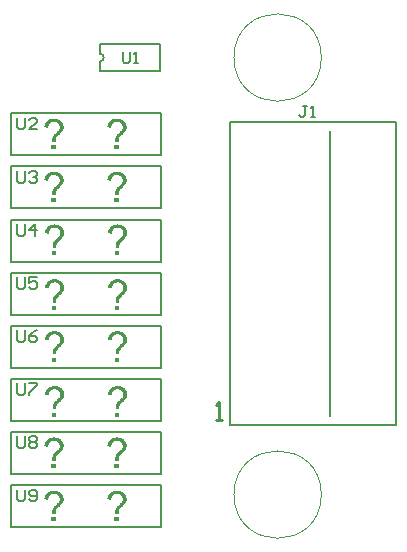
<source format=gto>
G04*
G04 #@! TF.GenerationSoftware,Altium Limited,Altium Designer,18.1.9 (240)*
G04*
G04 Layer_Color=65535*
%FSLAX44Y44*%
%MOMM*%
G71*
G01*
G75*
%ADD10C,0.2000*%
%ADD11C,0.1000*%
%ADD12C,0.2540*%
%ADD13C,0.1500*%
G36*
X374301Y593322D02*
X374548D01*
X374869Y593273D01*
X375239Y593248D01*
X375634Y593174D01*
X376079Y593100D01*
X376548Y592976D01*
X377042Y592853D01*
X377535Y592680D01*
X378054Y592483D01*
X378548Y592260D01*
X379017Y591964D01*
X379486Y591668D01*
X379930Y591297D01*
X379955Y591273D01*
X380029Y591199D01*
X380128Y591100D01*
X380276Y590927D01*
X380449Y590730D01*
X380646Y590508D01*
X380844Y590211D01*
X381066Y589915D01*
X381263Y589569D01*
X381461Y589174D01*
X381658Y588779D01*
X381831Y588335D01*
X381979Y587866D01*
X382078Y587397D01*
X382152Y586878D01*
X382177Y586335D01*
Y586310D01*
Y586261D01*
Y586162D01*
Y586063D01*
X382152Y585915D01*
X382127Y585742D01*
X382078Y585323D01*
X381979Y584854D01*
X381856Y584335D01*
X381658Y583792D01*
X381387Y583249D01*
Y583224D01*
X381337Y583175D01*
X381288Y583101D01*
X381239Y583002D01*
X381140Y582854D01*
X381016Y582706D01*
X380868Y582508D01*
X380695Y582286D01*
X380498Y582064D01*
X380276Y581792D01*
X380029Y581521D01*
X379757Y581200D01*
X379436Y580879D01*
X379091Y580558D01*
X378720Y580187D01*
X378301Y579817D01*
X378276Y579793D01*
X378227Y579768D01*
X378153Y579694D01*
X378054Y579595D01*
X377782Y579348D01*
X377486Y579052D01*
X377140Y578706D01*
X376795Y578385D01*
X376498Y578064D01*
X376276Y577793D01*
X376251Y577768D01*
X376202Y577669D01*
X376128Y577546D01*
X376005Y577373D01*
X375906Y577151D01*
X375782Y576904D01*
X375684Y576608D01*
X375585Y576311D01*
Y576262D01*
X375560Y576163D01*
X375511Y575941D01*
X375462Y575670D01*
X375437Y575275D01*
X375387Y574805D01*
X375363Y574262D01*
X375338Y573596D01*
X372326D01*
Y573620D01*
Y573694D01*
Y573818D01*
Y573941D01*
X372301Y574262D01*
Y574410D01*
Y574534D01*
Y574558D01*
Y574608D01*
Y574707D01*
Y574855D01*
X372326Y575003D01*
Y575200D01*
X372375Y575620D01*
X372425Y576114D01*
X372523Y576657D01*
X372647Y577200D01*
X372820Y577719D01*
X372844Y577768D01*
X372894Y577892D01*
X372993Y578089D01*
X373116Y578361D01*
X373289Y578657D01*
X373511Y579002D01*
X373758Y579373D01*
X374054Y579768D01*
X374079Y579793D01*
X374178Y579916D01*
X374351Y580089D01*
X374573Y580336D01*
X374894Y580632D01*
X375289Y581027D01*
X375758Y581471D01*
X376326Y581965D01*
X376350Y581990D01*
X376400Y582039D01*
X376474Y582113D01*
X376597Y582212D01*
X376869Y582459D01*
X377214Y582780D01*
X377560Y583150D01*
X377906Y583545D01*
X378227Y583915D01*
X378350Y584088D01*
X378449Y584261D01*
X378474Y584311D01*
X378523Y584409D01*
X378597Y584582D01*
X378696Y584829D01*
X378794Y585101D01*
X378868Y585422D01*
X378918Y585767D01*
X378943Y586138D01*
Y586162D01*
Y586212D01*
Y586310D01*
X378918Y586434D01*
X378893Y586607D01*
X378868Y586779D01*
X378770Y587224D01*
X378597Y587718D01*
X378474Y587989D01*
X378350Y588261D01*
X378177Y588532D01*
X377980Y588804D01*
X377757Y589076D01*
X377511Y589347D01*
X377486Y589372D01*
X377437Y589397D01*
X377363Y589470D01*
X377264Y589569D01*
X377116Y589668D01*
X376943Y589791D01*
X376745Y589915D01*
X376548Y590063D01*
X376029Y590310D01*
X375437Y590532D01*
X375091Y590631D01*
X374745Y590705D01*
X374375Y590730D01*
X374005Y590754D01*
X373807D01*
X373659Y590730D01*
X373486Y590705D01*
X373289Y590680D01*
X372820Y590606D01*
X372301Y590458D01*
X371733Y590236D01*
X371437Y590088D01*
X371166Y589915D01*
X370894Y589717D01*
X370622Y589495D01*
X370598Y589470D01*
X370573Y589446D01*
X370499Y589372D01*
X370400Y589248D01*
X370302Y589125D01*
X370178Y588952D01*
X370055Y588755D01*
X369907Y588532D01*
X369758Y588285D01*
X369610Y587989D01*
X369462Y587668D01*
X369339Y587298D01*
X369190Y586928D01*
X369092Y586508D01*
X368968Y586063D01*
X368894Y585570D01*
X365660Y585965D01*
Y586014D01*
X365685Y586113D01*
X365709Y586310D01*
X365759Y586557D01*
X365833Y586853D01*
X365907Y587199D01*
X366006Y587570D01*
X366129Y587989D01*
X366302Y588409D01*
X366475Y588853D01*
X366672Y589322D01*
X366919Y589767D01*
X367191Y590211D01*
X367512Y590631D01*
X367857Y591051D01*
X368228Y591421D01*
X368252Y591446D01*
X368326Y591495D01*
X368450Y591594D01*
X368623Y591717D01*
X368845Y591865D01*
X369092Y592038D01*
X369413Y592211D01*
X369758Y592384D01*
X370153Y592557D01*
X370573Y592729D01*
X371042Y592902D01*
X371561Y593050D01*
X372104Y593174D01*
X372672Y593273D01*
X373289Y593322D01*
X373931Y593347D01*
X374104D01*
X374301Y593322D01*
D02*
G37*
G36*
X375338Y567300D02*
X371758D01*
Y570880D01*
X375338D01*
Y567300D01*
D02*
G37*
G36*
X320961Y593322D02*
X321208D01*
X321529Y593273D01*
X321899Y593248D01*
X322294Y593174D01*
X322739Y593100D01*
X323208Y592976D01*
X323702Y592853D01*
X324195Y592680D01*
X324714Y592483D01*
X325208Y592260D01*
X325677Y591964D01*
X326146Y591668D01*
X326590Y591297D01*
X326615Y591273D01*
X326689Y591199D01*
X326788Y591100D01*
X326936Y590927D01*
X327109Y590730D01*
X327306Y590508D01*
X327504Y590211D01*
X327726Y589915D01*
X327923Y589569D01*
X328121Y589174D01*
X328318Y588779D01*
X328491Y588335D01*
X328639Y587866D01*
X328738Y587397D01*
X328812Y586878D01*
X328837Y586335D01*
Y586310D01*
Y586261D01*
Y586162D01*
Y586063D01*
X328812Y585915D01*
X328787Y585742D01*
X328738Y585323D01*
X328639Y584854D01*
X328516Y584335D01*
X328318Y583792D01*
X328047Y583249D01*
Y583224D01*
X327997Y583175D01*
X327948Y583101D01*
X327899Y583002D01*
X327800Y582854D01*
X327676Y582706D01*
X327528Y582508D01*
X327355Y582286D01*
X327158Y582064D01*
X326936Y581792D01*
X326689Y581521D01*
X326417Y581200D01*
X326096Y580879D01*
X325751Y580558D01*
X325380Y580187D01*
X324961Y579817D01*
X324936Y579793D01*
X324887Y579768D01*
X324813Y579694D01*
X324714Y579595D01*
X324442Y579348D01*
X324146Y579052D01*
X323800Y578706D01*
X323455Y578385D01*
X323158Y578064D01*
X322936Y577793D01*
X322911Y577768D01*
X322862Y577669D01*
X322788Y577546D01*
X322665Y577373D01*
X322566Y577151D01*
X322442Y576904D01*
X322344Y576608D01*
X322245Y576311D01*
Y576262D01*
X322220Y576163D01*
X322171Y575941D01*
X322122Y575670D01*
X322097Y575275D01*
X322047Y574805D01*
X322023Y574262D01*
X321998Y573596D01*
X318986D01*
Y573620D01*
Y573694D01*
Y573818D01*
Y573941D01*
X318961Y574262D01*
Y574410D01*
Y574534D01*
Y574558D01*
Y574608D01*
Y574707D01*
Y574855D01*
X318986Y575003D01*
Y575200D01*
X319035Y575620D01*
X319085Y576114D01*
X319184Y576657D01*
X319307Y577200D01*
X319480Y577719D01*
X319504Y577768D01*
X319554Y577892D01*
X319653Y578089D01*
X319776Y578361D01*
X319949Y578657D01*
X320171Y579002D01*
X320418Y579373D01*
X320714Y579768D01*
X320739Y579793D01*
X320838Y579916D01*
X321011Y580089D01*
X321233Y580336D01*
X321554Y580632D01*
X321949Y581027D01*
X322418Y581471D01*
X322986Y581965D01*
X323010Y581990D01*
X323060Y582039D01*
X323134Y582113D01*
X323257Y582212D01*
X323529Y582459D01*
X323874Y582780D01*
X324220Y583150D01*
X324566Y583545D01*
X324887Y583915D01*
X325010Y584088D01*
X325109Y584261D01*
X325134Y584311D01*
X325183Y584409D01*
X325257Y584582D01*
X325356Y584829D01*
X325454Y585101D01*
X325528Y585422D01*
X325578Y585767D01*
X325603Y586138D01*
Y586162D01*
Y586212D01*
Y586310D01*
X325578Y586434D01*
X325553Y586607D01*
X325528Y586779D01*
X325430Y587224D01*
X325257Y587718D01*
X325134Y587989D01*
X325010Y588261D01*
X324837Y588532D01*
X324640Y588804D01*
X324417Y589076D01*
X324171Y589347D01*
X324146Y589372D01*
X324097Y589397D01*
X324022Y589470D01*
X323924Y589569D01*
X323776Y589668D01*
X323603Y589791D01*
X323405Y589915D01*
X323208Y590063D01*
X322689Y590310D01*
X322097Y590532D01*
X321751Y590631D01*
X321405Y590705D01*
X321035Y590730D01*
X320665Y590754D01*
X320467D01*
X320319Y590730D01*
X320146Y590705D01*
X319949Y590680D01*
X319480Y590606D01*
X318961Y590458D01*
X318393Y590236D01*
X318097Y590088D01*
X317826Y589915D01*
X317554Y589717D01*
X317282Y589495D01*
X317258Y589470D01*
X317233Y589446D01*
X317159Y589372D01*
X317060Y589248D01*
X316961Y589125D01*
X316838Y588952D01*
X316715Y588755D01*
X316567Y588532D01*
X316418Y588285D01*
X316270Y587989D01*
X316122Y587668D01*
X315999Y587298D01*
X315851Y586928D01*
X315752Y586508D01*
X315628Y586063D01*
X315554Y585570D01*
X312320Y585965D01*
Y586014D01*
X312345Y586113D01*
X312369Y586310D01*
X312419Y586557D01*
X312493Y586853D01*
X312567Y587199D01*
X312666Y587570D01*
X312789Y587989D01*
X312962Y588409D01*
X313135Y588853D01*
X313332Y589322D01*
X313579Y589767D01*
X313851Y590211D01*
X314172Y590631D01*
X314517Y591051D01*
X314888Y591421D01*
X314912Y591446D01*
X314986Y591495D01*
X315110Y591594D01*
X315283Y591717D01*
X315505Y591865D01*
X315752Y592038D01*
X316073Y592211D01*
X316418Y592384D01*
X316813Y592557D01*
X317233Y592729D01*
X317702Y592902D01*
X318221Y593050D01*
X318764Y593174D01*
X319332Y593273D01*
X319949Y593322D01*
X320591Y593347D01*
X320764D01*
X320961Y593322D01*
D02*
G37*
G36*
X321998Y567300D02*
X318418D01*
Y570880D01*
X321998D01*
Y567300D01*
D02*
G37*
G36*
X320961Y638322D02*
X321208D01*
X321529Y638273D01*
X321899Y638248D01*
X322294Y638174D01*
X322739Y638100D01*
X323208Y637976D01*
X323702Y637853D01*
X324195Y637680D01*
X324714Y637483D01*
X325208Y637260D01*
X325677Y636964D01*
X326146Y636668D01*
X326590Y636297D01*
X326615Y636273D01*
X326689Y636199D01*
X326788Y636100D01*
X326936Y635927D01*
X327109Y635730D01*
X327306Y635508D01*
X327504Y635211D01*
X327726Y634915D01*
X327923Y634569D01*
X328121Y634174D01*
X328318Y633779D01*
X328491Y633335D01*
X328639Y632866D01*
X328738Y632397D01*
X328812Y631878D01*
X328837Y631335D01*
Y631310D01*
Y631261D01*
Y631162D01*
Y631063D01*
X328812Y630915D01*
X328787Y630742D01*
X328738Y630323D01*
X328639Y629854D01*
X328516Y629335D01*
X328318Y628792D01*
X328047Y628249D01*
Y628224D01*
X327997Y628175D01*
X327948Y628101D01*
X327899Y628002D01*
X327800Y627854D01*
X327676Y627706D01*
X327528Y627508D01*
X327355Y627286D01*
X327158Y627064D01*
X326936Y626792D01*
X326689Y626521D01*
X326417Y626200D01*
X326096Y625879D01*
X325751Y625558D01*
X325380Y625187D01*
X324961Y624817D01*
X324936Y624793D01*
X324887Y624768D01*
X324813Y624694D01*
X324714Y624595D01*
X324442Y624348D01*
X324146Y624052D01*
X323800Y623706D01*
X323455Y623385D01*
X323158Y623064D01*
X322936Y622793D01*
X322911Y622768D01*
X322862Y622669D01*
X322788Y622546D01*
X322665Y622373D01*
X322566Y622151D01*
X322442Y621904D01*
X322344Y621608D01*
X322245Y621311D01*
Y621262D01*
X322220Y621163D01*
X322171Y620941D01*
X322122Y620670D01*
X322097Y620275D01*
X322047Y619805D01*
X322023Y619262D01*
X321998Y618596D01*
X318986D01*
Y618620D01*
Y618694D01*
Y618818D01*
Y618941D01*
X318961Y619262D01*
Y619410D01*
Y619534D01*
Y619558D01*
Y619608D01*
Y619707D01*
Y619855D01*
X318986Y620003D01*
Y620200D01*
X319035Y620620D01*
X319085Y621114D01*
X319184Y621657D01*
X319307Y622200D01*
X319480Y622719D01*
X319504Y622768D01*
X319554Y622892D01*
X319653Y623089D01*
X319776Y623361D01*
X319949Y623657D01*
X320171Y624002D01*
X320418Y624373D01*
X320714Y624768D01*
X320739Y624793D01*
X320838Y624916D01*
X321011Y625089D01*
X321233Y625336D01*
X321554Y625632D01*
X321949Y626027D01*
X322418Y626471D01*
X322986Y626965D01*
X323010Y626990D01*
X323060Y627039D01*
X323134Y627113D01*
X323257Y627212D01*
X323529Y627459D01*
X323874Y627780D01*
X324220Y628150D01*
X324566Y628545D01*
X324887Y628916D01*
X325010Y629088D01*
X325109Y629261D01*
X325134Y629311D01*
X325183Y629409D01*
X325257Y629582D01*
X325356Y629829D01*
X325454Y630101D01*
X325528Y630422D01*
X325578Y630767D01*
X325603Y631138D01*
Y631162D01*
Y631212D01*
Y631310D01*
X325578Y631434D01*
X325553Y631607D01*
X325528Y631780D01*
X325430Y632224D01*
X325257Y632718D01*
X325134Y632989D01*
X325010Y633261D01*
X324837Y633532D01*
X324640Y633804D01*
X324417Y634076D01*
X324171Y634347D01*
X324146Y634372D01*
X324097Y634397D01*
X324022Y634470D01*
X323924Y634569D01*
X323776Y634668D01*
X323603Y634791D01*
X323405Y634915D01*
X323208Y635063D01*
X322689Y635310D01*
X322097Y635532D01*
X321751Y635631D01*
X321405Y635705D01*
X321035Y635730D01*
X320665Y635754D01*
X320467D01*
X320319Y635730D01*
X320146Y635705D01*
X319949Y635680D01*
X319480Y635606D01*
X318961Y635458D01*
X318393Y635236D01*
X318097Y635088D01*
X317826Y634915D01*
X317554Y634717D01*
X317282Y634495D01*
X317258Y634470D01*
X317233Y634446D01*
X317159Y634372D01*
X317060Y634248D01*
X316961Y634125D01*
X316838Y633952D01*
X316715Y633755D01*
X316567Y633532D01*
X316418Y633285D01*
X316270Y632989D01*
X316122Y632668D01*
X315999Y632298D01*
X315851Y631928D01*
X315752Y631508D01*
X315628Y631063D01*
X315554Y630570D01*
X312320Y630965D01*
Y631014D01*
X312345Y631113D01*
X312369Y631310D01*
X312419Y631557D01*
X312493Y631853D01*
X312567Y632199D01*
X312666Y632570D01*
X312789Y632989D01*
X312962Y633409D01*
X313135Y633853D01*
X313332Y634322D01*
X313579Y634767D01*
X313851Y635211D01*
X314172Y635631D01*
X314517Y636051D01*
X314888Y636421D01*
X314912Y636446D01*
X314986Y636495D01*
X315110Y636594D01*
X315283Y636717D01*
X315505Y636865D01*
X315752Y637038D01*
X316073Y637211D01*
X316418Y637384D01*
X316813Y637557D01*
X317233Y637729D01*
X317702Y637902D01*
X318221Y638050D01*
X318764Y638174D01*
X319332Y638273D01*
X319949Y638322D01*
X320591Y638347D01*
X320764D01*
X320961Y638322D01*
D02*
G37*
G36*
X321998Y612300D02*
X318418D01*
Y615880D01*
X321998D01*
Y612300D01*
D02*
G37*
G36*
X374301Y638322D02*
X374548D01*
X374869Y638273D01*
X375239Y638248D01*
X375634Y638174D01*
X376079Y638100D01*
X376548Y637976D01*
X377042Y637853D01*
X377535Y637680D01*
X378054Y637483D01*
X378548Y637260D01*
X379017Y636964D01*
X379486Y636668D01*
X379930Y636297D01*
X379955Y636273D01*
X380029Y636199D01*
X380128Y636100D01*
X380276Y635927D01*
X380449Y635730D01*
X380646Y635508D01*
X380844Y635211D01*
X381066Y634915D01*
X381263Y634569D01*
X381461Y634174D01*
X381658Y633779D01*
X381831Y633335D01*
X381979Y632866D01*
X382078Y632397D01*
X382152Y631878D01*
X382177Y631335D01*
Y631310D01*
Y631261D01*
Y631162D01*
Y631063D01*
X382152Y630915D01*
X382127Y630742D01*
X382078Y630323D01*
X381979Y629854D01*
X381856Y629335D01*
X381658Y628792D01*
X381387Y628249D01*
Y628224D01*
X381337Y628175D01*
X381288Y628101D01*
X381239Y628002D01*
X381140Y627854D01*
X381016Y627706D01*
X380868Y627508D01*
X380695Y627286D01*
X380498Y627064D01*
X380276Y626792D01*
X380029Y626521D01*
X379757Y626200D01*
X379436Y625879D01*
X379091Y625558D01*
X378720Y625187D01*
X378301Y624817D01*
X378276Y624793D01*
X378227Y624768D01*
X378153Y624694D01*
X378054Y624595D01*
X377782Y624348D01*
X377486Y624052D01*
X377140Y623706D01*
X376795Y623385D01*
X376498Y623064D01*
X376276Y622793D01*
X376251Y622768D01*
X376202Y622669D01*
X376128Y622546D01*
X376005Y622373D01*
X375906Y622151D01*
X375782Y621904D01*
X375684Y621608D01*
X375585Y621311D01*
Y621262D01*
X375560Y621163D01*
X375511Y620941D01*
X375462Y620670D01*
X375437Y620275D01*
X375387Y619805D01*
X375363Y619262D01*
X375338Y618596D01*
X372326D01*
Y618620D01*
Y618694D01*
Y618818D01*
Y618941D01*
X372301Y619262D01*
Y619410D01*
Y619534D01*
Y619558D01*
Y619608D01*
Y619707D01*
Y619855D01*
X372326Y620003D01*
Y620200D01*
X372375Y620620D01*
X372425Y621114D01*
X372523Y621657D01*
X372647Y622200D01*
X372820Y622719D01*
X372844Y622768D01*
X372894Y622892D01*
X372993Y623089D01*
X373116Y623361D01*
X373289Y623657D01*
X373511Y624002D01*
X373758Y624373D01*
X374054Y624768D01*
X374079Y624793D01*
X374178Y624916D01*
X374351Y625089D01*
X374573Y625336D01*
X374894Y625632D01*
X375289Y626027D01*
X375758Y626471D01*
X376326Y626965D01*
X376350Y626990D01*
X376400Y627039D01*
X376474Y627113D01*
X376597Y627212D01*
X376869Y627459D01*
X377214Y627780D01*
X377560Y628150D01*
X377906Y628545D01*
X378227Y628916D01*
X378350Y629088D01*
X378449Y629261D01*
X378474Y629311D01*
X378523Y629409D01*
X378597Y629582D01*
X378696Y629829D01*
X378794Y630101D01*
X378868Y630422D01*
X378918Y630767D01*
X378943Y631138D01*
Y631162D01*
Y631212D01*
Y631310D01*
X378918Y631434D01*
X378893Y631607D01*
X378868Y631780D01*
X378770Y632224D01*
X378597Y632718D01*
X378474Y632989D01*
X378350Y633261D01*
X378177Y633532D01*
X377980Y633804D01*
X377757Y634076D01*
X377511Y634347D01*
X377486Y634372D01*
X377437Y634397D01*
X377363Y634470D01*
X377264Y634569D01*
X377116Y634668D01*
X376943Y634791D01*
X376745Y634915D01*
X376548Y635063D01*
X376029Y635310D01*
X375437Y635532D01*
X375091Y635631D01*
X374745Y635705D01*
X374375Y635730D01*
X374005Y635754D01*
X373807D01*
X373659Y635730D01*
X373486Y635705D01*
X373289Y635680D01*
X372820Y635606D01*
X372301Y635458D01*
X371733Y635236D01*
X371437Y635088D01*
X371166Y634915D01*
X370894Y634717D01*
X370622Y634495D01*
X370598Y634470D01*
X370573Y634446D01*
X370499Y634372D01*
X370400Y634248D01*
X370302Y634125D01*
X370178Y633952D01*
X370055Y633755D01*
X369907Y633532D01*
X369758Y633285D01*
X369610Y632989D01*
X369462Y632668D01*
X369339Y632298D01*
X369190Y631928D01*
X369092Y631508D01*
X368968Y631063D01*
X368894Y630570D01*
X365660Y630965D01*
Y631014D01*
X365685Y631113D01*
X365709Y631310D01*
X365759Y631557D01*
X365833Y631853D01*
X365907Y632199D01*
X366006Y632570D01*
X366129Y632989D01*
X366302Y633409D01*
X366475Y633853D01*
X366672Y634322D01*
X366919Y634767D01*
X367191Y635211D01*
X367512Y635631D01*
X367857Y636051D01*
X368228Y636421D01*
X368252Y636446D01*
X368326Y636495D01*
X368450Y636594D01*
X368623Y636717D01*
X368845Y636865D01*
X369092Y637038D01*
X369413Y637211D01*
X369758Y637384D01*
X370153Y637557D01*
X370573Y637729D01*
X371042Y637902D01*
X371561Y638050D01*
X372104Y638174D01*
X372672Y638273D01*
X373289Y638322D01*
X373931Y638347D01*
X374104D01*
X374301Y638322D01*
D02*
G37*
G36*
X375338Y612300D02*
X371758D01*
Y615880D01*
X375338D01*
Y612300D01*
D02*
G37*
G36*
X374761Y681902D02*
X375008D01*
X375329Y681853D01*
X375699Y681828D01*
X376094Y681754D01*
X376539Y681680D01*
X377008Y681556D01*
X377501Y681433D01*
X377995Y681260D01*
X378514Y681063D01*
X379007Y680840D01*
X379477Y680544D01*
X379946Y680248D01*
X380390Y679877D01*
X380415Y679853D01*
X380489Y679779D01*
X380588Y679680D01*
X380736Y679507D01*
X380909Y679310D01*
X381106Y679088D01*
X381304Y678791D01*
X381526Y678495D01*
X381723Y678149D01*
X381921Y677754D01*
X382118Y677359D01*
X382291Y676915D01*
X382439Y676446D01*
X382538Y675977D01*
X382612Y675458D01*
X382637Y674915D01*
Y674890D01*
Y674841D01*
Y674742D01*
Y674643D01*
X382612Y674495D01*
X382587Y674323D01*
X382538Y673903D01*
X382439Y673434D01*
X382316Y672915D01*
X382118Y672372D01*
X381847Y671829D01*
Y671804D01*
X381797Y671755D01*
X381748Y671681D01*
X381699Y671582D01*
X381600Y671434D01*
X381476Y671286D01*
X381328Y671088D01*
X381156Y670866D01*
X380958Y670644D01*
X380736Y670372D01*
X380489Y670101D01*
X380217Y669780D01*
X379896Y669459D01*
X379551Y669138D01*
X379180Y668767D01*
X378761Y668397D01*
X378736Y668372D01*
X378687Y668348D01*
X378613Y668274D01*
X378514Y668175D01*
X378242Y667928D01*
X377946Y667632D01*
X377600Y667286D01*
X377255Y666965D01*
X376958Y666644D01*
X376736Y666373D01*
X376712Y666348D01*
X376662Y666249D01*
X376588Y666126D01*
X376465Y665953D01*
X376366Y665731D01*
X376242Y665484D01*
X376144Y665188D01*
X376045Y664891D01*
Y664842D01*
X376020Y664743D01*
X375971Y664521D01*
X375921Y664249D01*
X375897Y663855D01*
X375847Y663385D01*
X375823Y662842D01*
X375798Y662176D01*
X372786D01*
Y662200D01*
Y662274D01*
Y662398D01*
Y662521D01*
X372761Y662842D01*
Y662990D01*
Y663114D01*
Y663139D01*
Y663188D01*
Y663287D01*
Y663435D01*
X372786Y663583D01*
Y663780D01*
X372835Y664200D01*
X372885Y664694D01*
X372984Y665237D01*
X373107Y665780D01*
X373280Y666299D01*
X373304Y666348D01*
X373354Y666471D01*
X373453Y666669D01*
X373576Y666941D01*
X373749Y667237D01*
X373971Y667582D01*
X374218Y667953D01*
X374514Y668348D01*
X374539Y668372D01*
X374638Y668496D01*
X374810Y668669D01*
X375033Y668916D01*
X375354Y669212D01*
X375749Y669607D01*
X376218Y670051D01*
X376786Y670545D01*
X376810Y670570D01*
X376860Y670619D01*
X376934Y670693D01*
X377057Y670792D01*
X377329Y671039D01*
X377674Y671360D01*
X378020Y671730D01*
X378366Y672125D01*
X378687Y672496D01*
X378810Y672668D01*
X378909Y672841D01*
X378933Y672891D01*
X378983Y672989D01*
X379057Y673162D01*
X379156Y673409D01*
X379254Y673681D01*
X379328Y674002D01*
X379378Y674347D01*
X379403Y674717D01*
Y674742D01*
Y674792D01*
Y674890D01*
X379378Y675014D01*
X379353Y675187D01*
X379328Y675359D01*
X379230Y675804D01*
X379057Y676298D01*
X378933Y676569D01*
X378810Y676841D01*
X378637Y677112D01*
X378440Y677384D01*
X378218Y677655D01*
X377971Y677927D01*
X377946Y677952D01*
X377897Y677977D01*
X377822Y678051D01*
X377724Y678149D01*
X377576Y678248D01*
X377403Y678372D01*
X377205Y678495D01*
X377008Y678643D01*
X376489Y678890D01*
X375897Y679112D01*
X375551Y679211D01*
X375205Y679285D01*
X374835Y679310D01*
X374465Y679334D01*
X374267D01*
X374119Y679310D01*
X373946Y679285D01*
X373749Y679260D01*
X373280Y679186D01*
X372761Y679038D01*
X372193Y678816D01*
X371897Y678668D01*
X371626Y678495D01*
X371354Y678297D01*
X371082Y678075D01*
X371058Y678051D01*
X371033Y678026D01*
X370959Y677952D01*
X370860Y677828D01*
X370761Y677705D01*
X370638Y677532D01*
X370515Y677335D01*
X370367Y677112D01*
X370218Y676865D01*
X370070Y676569D01*
X369922Y676248D01*
X369799Y675878D01*
X369650Y675508D01*
X369552Y675088D01*
X369428Y674643D01*
X369354Y674150D01*
X366120Y674545D01*
Y674594D01*
X366145Y674693D01*
X366169Y674890D01*
X366219Y675137D01*
X366293Y675434D01*
X366367Y675779D01*
X366466Y676150D01*
X366589Y676569D01*
X366762Y676989D01*
X366935Y677433D01*
X367132Y677902D01*
X367379Y678347D01*
X367651Y678791D01*
X367972Y679211D01*
X368317Y679631D01*
X368688Y680001D01*
X368712Y680026D01*
X368786Y680075D01*
X368910Y680174D01*
X369083Y680297D01*
X369305Y680445D01*
X369552Y680618D01*
X369873Y680791D01*
X370218Y680964D01*
X370613Y681137D01*
X371033Y681310D01*
X371502Y681482D01*
X372021Y681630D01*
X372564Y681754D01*
X373132Y681853D01*
X373749Y681902D01*
X374391Y681927D01*
X374564D01*
X374761Y681902D01*
D02*
G37*
G36*
X375798Y655880D02*
X372218D01*
Y659460D01*
X375798D01*
Y655880D01*
D02*
G37*
G36*
X321421Y681902D02*
X321668D01*
X321989Y681853D01*
X322359Y681828D01*
X322754Y681754D01*
X323199Y681680D01*
X323668Y681556D01*
X324161Y681433D01*
X324655Y681260D01*
X325174Y681063D01*
X325667Y680840D01*
X326137Y680544D01*
X326606Y680248D01*
X327050Y679877D01*
X327075Y679853D01*
X327149Y679779D01*
X327248Y679680D01*
X327396Y679507D01*
X327569Y679310D01*
X327766Y679088D01*
X327964Y678791D01*
X328186Y678495D01*
X328383Y678149D01*
X328581Y677754D01*
X328778Y677359D01*
X328951Y676915D01*
X329099Y676446D01*
X329198Y675977D01*
X329272Y675458D01*
X329297Y674915D01*
Y674890D01*
Y674841D01*
Y674742D01*
Y674643D01*
X329272Y674495D01*
X329247Y674323D01*
X329198Y673903D01*
X329099Y673434D01*
X328976Y672915D01*
X328778Y672372D01*
X328507Y671829D01*
Y671804D01*
X328457Y671755D01*
X328408Y671681D01*
X328359Y671582D01*
X328260Y671434D01*
X328136Y671286D01*
X327988Y671088D01*
X327816Y670866D01*
X327618Y670644D01*
X327396Y670372D01*
X327149Y670101D01*
X326877Y669780D01*
X326556Y669459D01*
X326211Y669138D01*
X325840Y668767D01*
X325421Y668397D01*
X325396Y668372D01*
X325347Y668348D01*
X325272Y668274D01*
X325174Y668175D01*
X324902Y667928D01*
X324606Y667632D01*
X324260Y667286D01*
X323915Y666965D01*
X323618Y666644D01*
X323396Y666373D01*
X323372Y666348D01*
X323322Y666249D01*
X323248Y666126D01*
X323125Y665953D01*
X323026Y665731D01*
X322902Y665484D01*
X322804Y665188D01*
X322705Y664891D01*
Y664842D01*
X322680Y664743D01*
X322631Y664521D01*
X322581Y664249D01*
X322557Y663855D01*
X322507Y663385D01*
X322483Y662842D01*
X322458Y662176D01*
X319446D01*
Y662200D01*
Y662274D01*
Y662398D01*
Y662521D01*
X319421Y662842D01*
Y662990D01*
Y663114D01*
Y663139D01*
Y663188D01*
Y663287D01*
Y663435D01*
X319446Y663583D01*
Y663780D01*
X319495Y664200D01*
X319545Y664694D01*
X319643Y665237D01*
X319767Y665780D01*
X319940Y666299D01*
X319964Y666348D01*
X320014Y666471D01*
X320113Y666669D01*
X320236Y666941D01*
X320409Y667237D01*
X320631Y667582D01*
X320878Y667953D01*
X321174Y668348D01*
X321199Y668372D01*
X321298Y668496D01*
X321470Y668669D01*
X321693Y668916D01*
X322014Y669212D01*
X322409Y669607D01*
X322878Y670051D01*
X323446Y670545D01*
X323470Y670570D01*
X323520Y670619D01*
X323594Y670693D01*
X323717Y670792D01*
X323989Y671039D01*
X324334Y671360D01*
X324680Y671730D01*
X325026Y672125D01*
X325347Y672496D01*
X325470Y672668D01*
X325569Y672841D01*
X325593Y672891D01*
X325643Y672989D01*
X325717Y673162D01*
X325816Y673409D01*
X325914Y673681D01*
X325989Y674002D01*
X326038Y674347D01*
X326063Y674717D01*
Y674742D01*
Y674792D01*
Y674890D01*
X326038Y675014D01*
X326013Y675187D01*
X325989Y675359D01*
X325890Y675804D01*
X325717Y676298D01*
X325593Y676569D01*
X325470Y676841D01*
X325297Y677112D01*
X325100Y677384D01*
X324878Y677655D01*
X324631Y677927D01*
X324606Y677952D01*
X324557Y677977D01*
X324482Y678051D01*
X324384Y678149D01*
X324236Y678248D01*
X324063Y678372D01*
X323865Y678495D01*
X323668Y678643D01*
X323149Y678890D01*
X322557Y679112D01*
X322211Y679211D01*
X321866Y679285D01*
X321495Y679310D01*
X321125Y679334D01*
X320927D01*
X320779Y679310D01*
X320606Y679285D01*
X320409Y679260D01*
X319940Y679186D01*
X319421Y679038D01*
X318853Y678816D01*
X318557Y678668D01*
X318286Y678495D01*
X318014Y678297D01*
X317742Y678075D01*
X317718Y678051D01*
X317693Y678026D01*
X317619Y677952D01*
X317520Y677828D01*
X317421Y677705D01*
X317298Y677532D01*
X317175Y677335D01*
X317027Y677112D01*
X316878Y676865D01*
X316730Y676569D01*
X316582Y676248D01*
X316459Y675878D01*
X316311Y675508D01*
X316212Y675088D01*
X316088Y674643D01*
X316014Y674150D01*
X312780Y674545D01*
Y674594D01*
X312805Y674693D01*
X312829Y674890D01*
X312879Y675137D01*
X312953Y675434D01*
X313027Y675779D01*
X313126Y676150D01*
X313249Y676569D01*
X313422Y676989D01*
X313595Y677433D01*
X313792Y677902D01*
X314039Y678347D01*
X314311Y678791D01*
X314632Y679211D01*
X314977Y679631D01*
X315348Y680001D01*
X315372Y680026D01*
X315446Y680075D01*
X315570Y680174D01*
X315743Y680297D01*
X315965Y680445D01*
X316212Y680618D01*
X316533Y680791D01*
X316878Y680964D01*
X317273Y681137D01*
X317693Y681310D01*
X318162Y681482D01*
X318681Y681630D01*
X319224Y681754D01*
X319792Y681853D01*
X320409Y681902D01*
X321051Y681927D01*
X321224D01*
X321421Y681902D01*
D02*
G37*
G36*
X322458Y655880D02*
X318878D01*
Y659460D01*
X322458D01*
Y655880D01*
D02*
G37*
G36*
X321421Y728342D02*
X321668D01*
X321989Y728293D01*
X322359Y728268D01*
X322754Y728194D01*
X323199Y728120D01*
X323668Y727996D01*
X324161Y727873D01*
X324655Y727700D01*
X325174Y727503D01*
X325667Y727280D01*
X326137Y726984D01*
X326606Y726688D01*
X327050Y726318D01*
X327075Y726293D01*
X327149Y726219D01*
X327248Y726120D01*
X327396Y725947D01*
X327569Y725750D01*
X327766Y725527D01*
X327964Y725231D01*
X328186Y724935D01*
X328383Y724589D01*
X328581Y724194D01*
X328778Y723799D01*
X328951Y723355D01*
X329099Y722886D01*
X329198Y722417D01*
X329272Y721898D01*
X329297Y721355D01*
Y721330D01*
Y721281D01*
Y721182D01*
Y721084D01*
X329272Y720935D01*
X329247Y720762D01*
X329198Y720343D01*
X329099Y719874D01*
X328976Y719355D01*
X328778Y718812D01*
X328507Y718269D01*
Y718244D01*
X328457Y718195D01*
X328408Y718121D01*
X328359Y718022D01*
X328260Y717874D01*
X328136Y717726D01*
X327988Y717528D01*
X327816Y717306D01*
X327618Y717084D01*
X327396Y716812D01*
X327149Y716541D01*
X326877Y716220D01*
X326556Y715899D01*
X326211Y715578D01*
X325840Y715208D01*
X325421Y714837D01*
X325396Y714812D01*
X325347Y714788D01*
X325272Y714714D01*
X325174Y714615D01*
X324902Y714368D01*
X324606Y714072D01*
X324260Y713726D01*
X323915Y713405D01*
X323618Y713084D01*
X323396Y712813D01*
X323372Y712788D01*
X323322Y712689D01*
X323248Y712566D01*
X323125Y712393D01*
X323026Y712171D01*
X322902Y711924D01*
X322804Y711628D01*
X322705Y711331D01*
Y711282D01*
X322680Y711183D01*
X322631Y710961D01*
X322581Y710689D01*
X322557Y710294D01*
X322507Y709825D01*
X322483Y709282D01*
X322458Y708616D01*
X319446D01*
Y708640D01*
Y708714D01*
Y708838D01*
Y708961D01*
X319421Y709282D01*
Y709430D01*
Y709554D01*
Y709578D01*
Y709628D01*
Y709727D01*
Y709875D01*
X319446Y710023D01*
Y710220D01*
X319495Y710640D01*
X319545Y711134D01*
X319643Y711677D01*
X319767Y712220D01*
X319940Y712739D01*
X319964Y712788D01*
X320014Y712912D01*
X320113Y713109D01*
X320236Y713381D01*
X320409Y713677D01*
X320631Y714023D01*
X320878Y714393D01*
X321174Y714788D01*
X321199Y714812D01*
X321298Y714936D01*
X321470Y715109D01*
X321693Y715356D01*
X322014Y715652D01*
X322409Y716047D01*
X322878Y716491D01*
X323446Y716985D01*
X323470Y717010D01*
X323520Y717059D01*
X323594Y717133D01*
X323717Y717232D01*
X323989Y717479D01*
X324334Y717800D01*
X324680Y718170D01*
X325026Y718565D01*
X325347Y718936D01*
X325470Y719108D01*
X325569Y719281D01*
X325593Y719331D01*
X325643Y719429D01*
X325717Y719602D01*
X325816Y719849D01*
X325914Y720121D01*
X325989Y720442D01*
X326038Y720787D01*
X326063Y721158D01*
Y721182D01*
Y721232D01*
Y721330D01*
X326038Y721454D01*
X326013Y721627D01*
X325989Y721799D01*
X325890Y722244D01*
X325717Y722738D01*
X325593Y723009D01*
X325470Y723281D01*
X325297Y723552D01*
X325100Y723824D01*
X324878Y724096D01*
X324631Y724367D01*
X324606Y724392D01*
X324557Y724417D01*
X324482Y724491D01*
X324384Y724589D01*
X324236Y724688D01*
X324063Y724811D01*
X323865Y724935D01*
X323668Y725083D01*
X323149Y725330D01*
X322557Y725552D01*
X322211Y725651D01*
X321866Y725725D01*
X321495Y725750D01*
X321125Y725774D01*
X320927D01*
X320779Y725750D01*
X320606Y725725D01*
X320409Y725700D01*
X319940Y725626D01*
X319421Y725478D01*
X318853Y725256D01*
X318557Y725108D01*
X318286Y724935D01*
X318014Y724737D01*
X317742Y724515D01*
X317718Y724491D01*
X317693Y724466D01*
X317619Y724392D01*
X317520Y724268D01*
X317421Y724145D01*
X317298Y723972D01*
X317175Y723775D01*
X317027Y723552D01*
X316878Y723306D01*
X316730Y723009D01*
X316582Y722688D01*
X316459Y722318D01*
X316311Y721948D01*
X316212Y721528D01*
X316088Y721084D01*
X316014Y720590D01*
X312780Y720985D01*
Y721034D01*
X312805Y721133D01*
X312829Y721330D01*
X312879Y721577D01*
X312953Y721873D01*
X313027Y722219D01*
X313126Y722589D01*
X313249Y723009D01*
X313422Y723429D01*
X313595Y723873D01*
X313792Y724342D01*
X314039Y724787D01*
X314311Y725231D01*
X314632Y725651D01*
X314977Y726071D01*
X315348Y726441D01*
X315372Y726466D01*
X315446Y726515D01*
X315570Y726614D01*
X315743Y726737D01*
X315965Y726885D01*
X316212Y727058D01*
X316533Y727231D01*
X316878Y727404D01*
X317273Y727577D01*
X317693Y727749D01*
X318162Y727922D01*
X318681Y728070D01*
X319224Y728194D01*
X319792Y728293D01*
X320409Y728342D01*
X321051Y728367D01*
X321224D01*
X321421Y728342D01*
D02*
G37*
G36*
X322458Y702320D02*
X318878D01*
Y705900D01*
X322458D01*
Y702320D01*
D02*
G37*
G36*
X374761Y728342D02*
X375008D01*
X375329Y728293D01*
X375699Y728268D01*
X376094Y728194D01*
X376539Y728120D01*
X377008Y727996D01*
X377501Y727873D01*
X377995Y727700D01*
X378514Y727503D01*
X379007Y727280D01*
X379477Y726984D01*
X379946Y726688D01*
X380390Y726318D01*
X380415Y726293D01*
X380489Y726219D01*
X380588Y726120D01*
X380736Y725947D01*
X380909Y725750D01*
X381106Y725527D01*
X381304Y725231D01*
X381526Y724935D01*
X381723Y724589D01*
X381921Y724194D01*
X382118Y723799D01*
X382291Y723355D01*
X382439Y722886D01*
X382538Y722417D01*
X382612Y721898D01*
X382637Y721355D01*
Y721330D01*
Y721281D01*
Y721182D01*
Y721084D01*
X382612Y720935D01*
X382587Y720762D01*
X382538Y720343D01*
X382439Y719874D01*
X382316Y719355D01*
X382118Y718812D01*
X381847Y718269D01*
Y718244D01*
X381797Y718195D01*
X381748Y718121D01*
X381699Y718022D01*
X381600Y717874D01*
X381476Y717726D01*
X381328Y717528D01*
X381156Y717306D01*
X380958Y717084D01*
X380736Y716812D01*
X380489Y716541D01*
X380217Y716220D01*
X379896Y715899D01*
X379551Y715578D01*
X379180Y715208D01*
X378761Y714837D01*
X378736Y714812D01*
X378687Y714788D01*
X378613Y714714D01*
X378514Y714615D01*
X378242Y714368D01*
X377946Y714072D01*
X377600Y713726D01*
X377255Y713405D01*
X376958Y713084D01*
X376736Y712813D01*
X376712Y712788D01*
X376662Y712689D01*
X376588Y712566D01*
X376465Y712393D01*
X376366Y712171D01*
X376242Y711924D01*
X376144Y711628D01*
X376045Y711331D01*
Y711282D01*
X376020Y711183D01*
X375971Y710961D01*
X375921Y710689D01*
X375897Y710294D01*
X375847Y709825D01*
X375823Y709282D01*
X375798Y708616D01*
X372786D01*
Y708640D01*
Y708714D01*
Y708838D01*
Y708961D01*
X372761Y709282D01*
Y709430D01*
Y709554D01*
Y709578D01*
Y709628D01*
Y709727D01*
Y709875D01*
X372786Y710023D01*
Y710220D01*
X372835Y710640D01*
X372885Y711134D01*
X372984Y711677D01*
X373107Y712220D01*
X373280Y712739D01*
X373304Y712788D01*
X373354Y712912D01*
X373453Y713109D01*
X373576Y713381D01*
X373749Y713677D01*
X373971Y714023D01*
X374218Y714393D01*
X374514Y714788D01*
X374539Y714812D01*
X374638Y714936D01*
X374810Y715109D01*
X375033Y715356D01*
X375354Y715652D01*
X375749Y716047D01*
X376218Y716491D01*
X376786Y716985D01*
X376810Y717010D01*
X376860Y717059D01*
X376934Y717133D01*
X377057Y717232D01*
X377329Y717479D01*
X377674Y717800D01*
X378020Y718170D01*
X378366Y718565D01*
X378687Y718936D01*
X378810Y719108D01*
X378909Y719281D01*
X378933Y719331D01*
X378983Y719429D01*
X379057Y719602D01*
X379156Y719849D01*
X379254Y720121D01*
X379328Y720442D01*
X379378Y720787D01*
X379403Y721158D01*
Y721182D01*
Y721232D01*
Y721330D01*
X379378Y721454D01*
X379353Y721627D01*
X379328Y721799D01*
X379230Y722244D01*
X379057Y722738D01*
X378933Y723009D01*
X378810Y723281D01*
X378637Y723552D01*
X378440Y723824D01*
X378218Y724096D01*
X377971Y724367D01*
X377946Y724392D01*
X377897Y724417D01*
X377822Y724491D01*
X377724Y724589D01*
X377576Y724688D01*
X377403Y724811D01*
X377205Y724935D01*
X377008Y725083D01*
X376489Y725330D01*
X375897Y725552D01*
X375551Y725651D01*
X375205Y725725D01*
X374835Y725750D01*
X374465Y725774D01*
X374267D01*
X374119Y725750D01*
X373946Y725725D01*
X373749Y725700D01*
X373280Y725626D01*
X372761Y725478D01*
X372193Y725256D01*
X371897Y725108D01*
X371626Y724935D01*
X371354Y724737D01*
X371082Y724515D01*
X371058Y724491D01*
X371033Y724466D01*
X370959Y724392D01*
X370860Y724268D01*
X370761Y724145D01*
X370638Y723972D01*
X370515Y723775D01*
X370367Y723552D01*
X370218Y723306D01*
X370070Y723009D01*
X369922Y722688D01*
X369799Y722318D01*
X369650Y721948D01*
X369552Y721528D01*
X369428Y721084D01*
X369354Y720590D01*
X366120Y720985D01*
Y721034D01*
X366145Y721133D01*
X366169Y721330D01*
X366219Y721577D01*
X366293Y721873D01*
X366367Y722219D01*
X366466Y722589D01*
X366589Y723009D01*
X366762Y723429D01*
X366935Y723873D01*
X367132Y724342D01*
X367379Y724787D01*
X367651Y725231D01*
X367972Y725651D01*
X368317Y726071D01*
X368688Y726441D01*
X368712Y726466D01*
X368786Y726515D01*
X368910Y726614D01*
X369083Y726737D01*
X369305Y726885D01*
X369552Y727058D01*
X369873Y727231D01*
X370218Y727404D01*
X370613Y727577D01*
X371033Y727749D01*
X371502Y727922D01*
X372021Y728070D01*
X372564Y728194D01*
X373132Y728293D01*
X373749Y728342D01*
X374391Y728367D01*
X374564D01*
X374761Y728342D01*
D02*
G37*
G36*
X375798Y702320D02*
X372218D01*
Y705900D01*
X375798D01*
Y702320D01*
D02*
G37*
G36*
X374761Y772242D02*
X375008D01*
X375329Y772193D01*
X375699Y772168D01*
X376094Y772094D01*
X376539Y772020D01*
X377008Y771896D01*
X377501Y771773D01*
X377995Y771600D01*
X378514Y771403D01*
X379007Y771180D01*
X379477Y770884D01*
X379946Y770588D01*
X380390Y770218D01*
X380415Y770193D01*
X380489Y770119D01*
X380588Y770020D01*
X380736Y769847D01*
X380909Y769650D01*
X381106Y769427D01*
X381304Y769131D01*
X381526Y768835D01*
X381723Y768489D01*
X381921Y768094D01*
X382118Y767699D01*
X382291Y767255D01*
X382439Y766786D01*
X382538Y766317D01*
X382612Y765798D01*
X382637Y765255D01*
Y765230D01*
Y765181D01*
Y765082D01*
Y764984D01*
X382612Y764835D01*
X382587Y764662D01*
X382538Y764243D01*
X382439Y763774D01*
X382316Y763255D01*
X382118Y762712D01*
X381847Y762169D01*
Y762144D01*
X381797Y762095D01*
X381748Y762021D01*
X381699Y761922D01*
X381600Y761774D01*
X381476Y761626D01*
X381328Y761428D01*
X381156Y761206D01*
X380958Y760984D01*
X380736Y760712D01*
X380489Y760441D01*
X380217Y760120D01*
X379896Y759799D01*
X379551Y759478D01*
X379180Y759108D01*
X378761Y758737D01*
X378736Y758712D01*
X378687Y758688D01*
X378613Y758614D01*
X378514Y758515D01*
X378242Y758268D01*
X377946Y757972D01*
X377600Y757626D01*
X377255Y757305D01*
X376958Y756984D01*
X376736Y756713D01*
X376712Y756688D01*
X376662Y756589D01*
X376588Y756466D01*
X376465Y756293D01*
X376366Y756071D01*
X376242Y755824D01*
X376144Y755528D01*
X376045Y755231D01*
Y755182D01*
X376020Y755083D01*
X375971Y754861D01*
X375921Y754589D01*
X375897Y754194D01*
X375847Y753725D01*
X375823Y753182D01*
X375798Y752516D01*
X372786D01*
Y752540D01*
Y752614D01*
Y752738D01*
Y752861D01*
X372761Y753182D01*
Y753330D01*
Y753454D01*
Y753478D01*
Y753528D01*
Y753627D01*
Y753775D01*
X372786Y753923D01*
Y754120D01*
X372835Y754540D01*
X372885Y755034D01*
X372984Y755577D01*
X373107Y756120D01*
X373280Y756639D01*
X373304Y756688D01*
X373354Y756812D01*
X373453Y757009D01*
X373576Y757281D01*
X373749Y757577D01*
X373971Y757923D01*
X374218Y758293D01*
X374514Y758688D01*
X374539Y758712D01*
X374638Y758836D01*
X374810Y759009D01*
X375033Y759256D01*
X375354Y759552D01*
X375749Y759947D01*
X376218Y760391D01*
X376786Y760885D01*
X376810Y760910D01*
X376860Y760959D01*
X376934Y761033D01*
X377057Y761132D01*
X377329Y761379D01*
X377674Y761700D01*
X378020Y762070D01*
X378366Y762465D01*
X378687Y762836D01*
X378810Y763008D01*
X378909Y763181D01*
X378933Y763231D01*
X378983Y763329D01*
X379057Y763502D01*
X379156Y763749D01*
X379254Y764021D01*
X379328Y764342D01*
X379378Y764687D01*
X379403Y765058D01*
Y765082D01*
Y765132D01*
Y765230D01*
X379378Y765354D01*
X379353Y765527D01*
X379328Y765699D01*
X379230Y766144D01*
X379057Y766638D01*
X378933Y766909D01*
X378810Y767181D01*
X378637Y767452D01*
X378440Y767724D01*
X378218Y767996D01*
X377971Y768267D01*
X377946Y768292D01*
X377897Y768316D01*
X377822Y768391D01*
X377724Y768489D01*
X377576Y768588D01*
X377403Y768711D01*
X377205Y768835D01*
X377008Y768983D01*
X376489Y769230D01*
X375897Y769452D01*
X375551Y769551D01*
X375205Y769625D01*
X374835Y769650D01*
X374465Y769674D01*
X374267D01*
X374119Y769650D01*
X373946Y769625D01*
X373749Y769600D01*
X373280Y769526D01*
X372761Y769378D01*
X372193Y769156D01*
X371897Y769008D01*
X371626Y768835D01*
X371354Y768637D01*
X371082Y768415D01*
X371058Y768391D01*
X371033Y768366D01*
X370959Y768292D01*
X370860Y768168D01*
X370761Y768045D01*
X370638Y767872D01*
X370515Y767675D01*
X370367Y767452D01*
X370218Y767206D01*
X370070Y766909D01*
X369922Y766588D01*
X369799Y766218D01*
X369650Y765848D01*
X369552Y765428D01*
X369428Y764984D01*
X369354Y764490D01*
X366120Y764885D01*
Y764934D01*
X366145Y765033D01*
X366169Y765230D01*
X366219Y765477D01*
X366293Y765773D01*
X366367Y766119D01*
X366466Y766489D01*
X366589Y766909D01*
X366762Y767329D01*
X366935Y767773D01*
X367132Y768242D01*
X367379Y768687D01*
X367651Y769131D01*
X367972Y769551D01*
X368317Y769971D01*
X368688Y770341D01*
X368712Y770366D01*
X368786Y770415D01*
X368910Y770514D01*
X369083Y770637D01*
X369305Y770785D01*
X369552Y770958D01*
X369873Y771131D01*
X370218Y771304D01*
X370613Y771477D01*
X371033Y771649D01*
X371502Y771822D01*
X372021Y771970D01*
X372564Y772094D01*
X373132Y772193D01*
X373749Y772242D01*
X374391Y772267D01*
X374564D01*
X374761Y772242D01*
D02*
G37*
G36*
X375798Y746220D02*
X372218D01*
Y749800D01*
X375798D01*
Y746220D01*
D02*
G37*
G36*
X321421Y772242D02*
X321668D01*
X321989Y772193D01*
X322359Y772168D01*
X322754Y772094D01*
X323199Y772020D01*
X323668Y771896D01*
X324161Y771773D01*
X324655Y771600D01*
X325174Y771403D01*
X325667Y771180D01*
X326137Y770884D01*
X326606Y770588D01*
X327050Y770218D01*
X327075Y770193D01*
X327149Y770119D01*
X327248Y770020D01*
X327396Y769847D01*
X327569Y769650D01*
X327766Y769427D01*
X327964Y769131D01*
X328186Y768835D01*
X328383Y768489D01*
X328581Y768094D01*
X328778Y767699D01*
X328951Y767255D01*
X329099Y766786D01*
X329198Y766317D01*
X329272Y765798D01*
X329297Y765255D01*
Y765230D01*
Y765181D01*
Y765082D01*
Y764984D01*
X329272Y764835D01*
X329247Y764662D01*
X329198Y764243D01*
X329099Y763774D01*
X328976Y763255D01*
X328778Y762712D01*
X328507Y762169D01*
Y762144D01*
X328457Y762095D01*
X328408Y762021D01*
X328359Y761922D01*
X328260Y761774D01*
X328136Y761626D01*
X327988Y761428D01*
X327816Y761206D01*
X327618Y760984D01*
X327396Y760712D01*
X327149Y760441D01*
X326877Y760120D01*
X326556Y759799D01*
X326211Y759478D01*
X325840Y759108D01*
X325421Y758737D01*
X325396Y758712D01*
X325347Y758688D01*
X325272Y758614D01*
X325174Y758515D01*
X324902Y758268D01*
X324606Y757972D01*
X324260Y757626D01*
X323915Y757305D01*
X323618Y756984D01*
X323396Y756713D01*
X323372Y756688D01*
X323322Y756589D01*
X323248Y756466D01*
X323125Y756293D01*
X323026Y756071D01*
X322902Y755824D01*
X322804Y755528D01*
X322705Y755231D01*
Y755182D01*
X322680Y755083D01*
X322631Y754861D01*
X322581Y754589D01*
X322557Y754194D01*
X322507Y753725D01*
X322483Y753182D01*
X322458Y752516D01*
X319446D01*
Y752540D01*
Y752614D01*
Y752738D01*
Y752861D01*
X319421Y753182D01*
Y753330D01*
Y753454D01*
Y753478D01*
Y753528D01*
Y753627D01*
Y753775D01*
X319446Y753923D01*
Y754120D01*
X319495Y754540D01*
X319545Y755034D01*
X319643Y755577D01*
X319767Y756120D01*
X319940Y756639D01*
X319964Y756688D01*
X320014Y756812D01*
X320113Y757009D01*
X320236Y757281D01*
X320409Y757577D01*
X320631Y757923D01*
X320878Y758293D01*
X321174Y758688D01*
X321199Y758712D01*
X321298Y758836D01*
X321470Y759009D01*
X321693Y759256D01*
X322014Y759552D01*
X322409Y759947D01*
X322878Y760391D01*
X323446Y760885D01*
X323470Y760910D01*
X323520Y760959D01*
X323594Y761033D01*
X323717Y761132D01*
X323989Y761379D01*
X324334Y761700D01*
X324680Y762070D01*
X325026Y762465D01*
X325347Y762836D01*
X325470Y763008D01*
X325569Y763181D01*
X325593Y763231D01*
X325643Y763329D01*
X325717Y763502D01*
X325816Y763749D01*
X325914Y764021D01*
X325989Y764342D01*
X326038Y764687D01*
X326063Y765058D01*
Y765082D01*
Y765132D01*
Y765230D01*
X326038Y765354D01*
X326013Y765527D01*
X325989Y765699D01*
X325890Y766144D01*
X325717Y766638D01*
X325593Y766909D01*
X325470Y767181D01*
X325297Y767452D01*
X325100Y767724D01*
X324878Y767996D01*
X324631Y768267D01*
X324606Y768292D01*
X324557Y768316D01*
X324482Y768391D01*
X324384Y768489D01*
X324236Y768588D01*
X324063Y768711D01*
X323865Y768835D01*
X323668Y768983D01*
X323149Y769230D01*
X322557Y769452D01*
X322211Y769551D01*
X321866Y769625D01*
X321495Y769650D01*
X321125Y769674D01*
X320927D01*
X320779Y769650D01*
X320606Y769625D01*
X320409Y769600D01*
X319940Y769526D01*
X319421Y769378D01*
X318853Y769156D01*
X318557Y769008D01*
X318286Y768835D01*
X318014Y768637D01*
X317742Y768415D01*
X317718Y768391D01*
X317693Y768366D01*
X317619Y768292D01*
X317520Y768168D01*
X317421Y768045D01*
X317298Y767872D01*
X317175Y767675D01*
X317027Y767452D01*
X316878Y767206D01*
X316730Y766909D01*
X316582Y766588D01*
X316459Y766218D01*
X316311Y765848D01*
X316212Y765428D01*
X316088Y764984D01*
X316014Y764490D01*
X312780Y764885D01*
Y764934D01*
X312805Y765033D01*
X312829Y765230D01*
X312879Y765477D01*
X312953Y765773D01*
X313027Y766119D01*
X313126Y766489D01*
X313249Y766909D01*
X313422Y767329D01*
X313595Y767773D01*
X313792Y768242D01*
X314039Y768687D01*
X314311Y769131D01*
X314632Y769551D01*
X314977Y769971D01*
X315348Y770341D01*
X315372Y770366D01*
X315446Y770415D01*
X315570Y770514D01*
X315743Y770637D01*
X315965Y770785D01*
X316212Y770958D01*
X316533Y771131D01*
X316878Y771304D01*
X317273Y771477D01*
X317693Y771649D01*
X318162Y771822D01*
X318681Y771970D01*
X319224Y772094D01*
X319792Y772193D01*
X320409Y772242D01*
X321051Y772267D01*
X321224D01*
X321421Y772242D01*
D02*
G37*
G36*
X322458Y746220D02*
X318878D01*
Y749800D01*
X322458D01*
Y746220D01*
D02*
G37*
G36*
X321421Y818682D02*
X321668D01*
X321989Y818633D01*
X322359Y818608D01*
X322754Y818534D01*
X323199Y818460D01*
X323668Y818336D01*
X324161Y818213D01*
X324655Y818040D01*
X325174Y817843D01*
X325667Y817620D01*
X326137Y817324D01*
X326606Y817028D01*
X327050Y816657D01*
X327075Y816633D01*
X327149Y816559D01*
X327248Y816460D01*
X327396Y816287D01*
X327569Y816090D01*
X327766Y815867D01*
X327964Y815571D01*
X328186Y815275D01*
X328383Y814929D01*
X328581Y814534D01*
X328778Y814139D01*
X328951Y813695D01*
X329099Y813226D01*
X329198Y812757D01*
X329272Y812238D01*
X329297Y811695D01*
Y811670D01*
Y811621D01*
Y811522D01*
Y811423D01*
X329272Y811275D01*
X329247Y811103D01*
X329198Y810683D01*
X329099Y810214D01*
X328976Y809695D01*
X328778Y809152D01*
X328507Y808609D01*
Y808584D01*
X328457Y808535D01*
X328408Y808461D01*
X328359Y808362D01*
X328260Y808214D01*
X328136Y808066D01*
X327988Y807868D01*
X327816Y807646D01*
X327618Y807424D01*
X327396Y807152D01*
X327149Y806881D01*
X326877Y806560D01*
X326556Y806239D01*
X326211Y805918D01*
X325840Y805548D01*
X325421Y805177D01*
X325396Y805153D01*
X325347Y805128D01*
X325272Y805054D01*
X325174Y804955D01*
X324902Y804708D01*
X324606Y804412D01*
X324260Y804066D01*
X323915Y803745D01*
X323618Y803424D01*
X323396Y803153D01*
X323372Y803128D01*
X323322Y803029D01*
X323248Y802906D01*
X323125Y802733D01*
X323026Y802511D01*
X322902Y802264D01*
X322804Y801968D01*
X322705Y801671D01*
Y801622D01*
X322680Y801523D01*
X322631Y801301D01*
X322581Y801030D01*
X322557Y800635D01*
X322507Y800165D01*
X322483Y799622D01*
X322458Y798956D01*
X319446D01*
Y798980D01*
Y799054D01*
Y799178D01*
Y799301D01*
X319421Y799622D01*
Y799770D01*
Y799894D01*
Y799919D01*
Y799968D01*
Y800067D01*
Y800215D01*
X319446Y800363D01*
Y800560D01*
X319495Y800980D01*
X319545Y801474D01*
X319643Y802017D01*
X319767Y802560D01*
X319940Y803079D01*
X319964Y803128D01*
X320014Y803251D01*
X320113Y803449D01*
X320236Y803721D01*
X320409Y804017D01*
X320631Y804362D01*
X320878Y804733D01*
X321174Y805128D01*
X321199Y805153D01*
X321298Y805276D01*
X321470Y805449D01*
X321693Y805696D01*
X322014Y805992D01*
X322409Y806387D01*
X322878Y806831D01*
X323446Y807325D01*
X323470Y807350D01*
X323520Y807399D01*
X323594Y807473D01*
X323717Y807572D01*
X323989Y807819D01*
X324334Y808140D01*
X324680Y808510D01*
X325026Y808905D01*
X325347Y809276D01*
X325470Y809448D01*
X325569Y809621D01*
X325593Y809671D01*
X325643Y809769D01*
X325717Y809942D01*
X325816Y810189D01*
X325914Y810461D01*
X325989Y810782D01*
X326038Y811127D01*
X326063Y811498D01*
Y811522D01*
Y811572D01*
Y811670D01*
X326038Y811794D01*
X326013Y811967D01*
X325989Y812140D01*
X325890Y812584D01*
X325717Y813078D01*
X325593Y813349D01*
X325470Y813621D01*
X325297Y813892D01*
X325100Y814164D01*
X324878Y814436D01*
X324631Y814707D01*
X324606Y814732D01*
X324557Y814756D01*
X324482Y814831D01*
X324384Y814929D01*
X324236Y815028D01*
X324063Y815152D01*
X323865Y815275D01*
X323668Y815423D01*
X323149Y815670D01*
X322557Y815892D01*
X322211Y815991D01*
X321866Y816065D01*
X321495Y816090D01*
X321125Y816114D01*
X320927D01*
X320779Y816090D01*
X320606Y816065D01*
X320409Y816040D01*
X319940Y815966D01*
X319421Y815818D01*
X318853Y815596D01*
X318557Y815448D01*
X318286Y815275D01*
X318014Y815077D01*
X317742Y814855D01*
X317718Y814831D01*
X317693Y814806D01*
X317619Y814732D01*
X317520Y814608D01*
X317421Y814485D01*
X317298Y814312D01*
X317175Y814115D01*
X317027Y813892D01*
X316878Y813645D01*
X316730Y813349D01*
X316582Y813028D01*
X316459Y812658D01*
X316311Y812288D01*
X316212Y811868D01*
X316088Y811423D01*
X316014Y810930D01*
X312780Y811325D01*
Y811374D01*
X312805Y811473D01*
X312829Y811670D01*
X312879Y811917D01*
X312953Y812214D01*
X313027Y812559D01*
X313126Y812930D01*
X313249Y813349D01*
X313422Y813769D01*
X313595Y814213D01*
X313792Y814682D01*
X314039Y815127D01*
X314311Y815571D01*
X314632Y815991D01*
X314977Y816411D01*
X315348Y816781D01*
X315372Y816806D01*
X315446Y816855D01*
X315570Y816954D01*
X315743Y817077D01*
X315965Y817225D01*
X316212Y817398D01*
X316533Y817571D01*
X316878Y817744D01*
X317273Y817917D01*
X317693Y818090D01*
X318162Y818262D01*
X318681Y818410D01*
X319224Y818534D01*
X319792Y818633D01*
X320409Y818682D01*
X321051Y818707D01*
X321224D01*
X321421Y818682D01*
D02*
G37*
G36*
X322458Y792660D02*
X318878D01*
Y796240D01*
X322458D01*
Y792660D01*
D02*
G37*
G36*
X374761Y818682D02*
X375008D01*
X375329Y818633D01*
X375699Y818608D01*
X376094Y818534D01*
X376539Y818460D01*
X377008Y818336D01*
X377501Y818213D01*
X377995Y818040D01*
X378514Y817843D01*
X379007Y817620D01*
X379477Y817324D01*
X379946Y817028D01*
X380390Y816657D01*
X380415Y816633D01*
X380489Y816559D01*
X380588Y816460D01*
X380736Y816287D01*
X380909Y816090D01*
X381106Y815867D01*
X381304Y815571D01*
X381526Y815275D01*
X381723Y814929D01*
X381921Y814534D01*
X382118Y814139D01*
X382291Y813695D01*
X382439Y813226D01*
X382538Y812757D01*
X382612Y812238D01*
X382637Y811695D01*
Y811670D01*
Y811621D01*
Y811522D01*
Y811423D01*
X382612Y811275D01*
X382587Y811103D01*
X382538Y810683D01*
X382439Y810214D01*
X382316Y809695D01*
X382118Y809152D01*
X381847Y808609D01*
Y808584D01*
X381797Y808535D01*
X381748Y808461D01*
X381699Y808362D01*
X381600Y808214D01*
X381476Y808066D01*
X381328Y807868D01*
X381156Y807646D01*
X380958Y807424D01*
X380736Y807152D01*
X380489Y806881D01*
X380217Y806560D01*
X379896Y806239D01*
X379551Y805918D01*
X379180Y805548D01*
X378761Y805177D01*
X378736Y805153D01*
X378687Y805128D01*
X378613Y805054D01*
X378514Y804955D01*
X378242Y804708D01*
X377946Y804412D01*
X377600Y804066D01*
X377255Y803745D01*
X376958Y803424D01*
X376736Y803153D01*
X376712Y803128D01*
X376662Y803029D01*
X376588Y802906D01*
X376465Y802733D01*
X376366Y802511D01*
X376242Y802264D01*
X376144Y801968D01*
X376045Y801671D01*
Y801622D01*
X376020Y801523D01*
X375971Y801301D01*
X375921Y801030D01*
X375897Y800635D01*
X375847Y800165D01*
X375823Y799622D01*
X375798Y798956D01*
X372786D01*
Y798980D01*
Y799054D01*
Y799178D01*
Y799301D01*
X372761Y799622D01*
Y799770D01*
Y799894D01*
Y799919D01*
Y799968D01*
Y800067D01*
Y800215D01*
X372786Y800363D01*
Y800560D01*
X372835Y800980D01*
X372885Y801474D01*
X372984Y802017D01*
X373107Y802560D01*
X373280Y803079D01*
X373304Y803128D01*
X373354Y803251D01*
X373453Y803449D01*
X373576Y803721D01*
X373749Y804017D01*
X373971Y804362D01*
X374218Y804733D01*
X374514Y805128D01*
X374539Y805153D01*
X374638Y805276D01*
X374810Y805449D01*
X375033Y805696D01*
X375354Y805992D01*
X375749Y806387D01*
X376218Y806831D01*
X376786Y807325D01*
X376810Y807350D01*
X376860Y807399D01*
X376934Y807473D01*
X377057Y807572D01*
X377329Y807819D01*
X377674Y808140D01*
X378020Y808510D01*
X378366Y808905D01*
X378687Y809276D01*
X378810Y809448D01*
X378909Y809621D01*
X378933Y809671D01*
X378983Y809769D01*
X379057Y809942D01*
X379156Y810189D01*
X379254Y810461D01*
X379328Y810782D01*
X379378Y811127D01*
X379403Y811498D01*
Y811522D01*
Y811572D01*
Y811670D01*
X379378Y811794D01*
X379353Y811967D01*
X379328Y812140D01*
X379230Y812584D01*
X379057Y813078D01*
X378933Y813349D01*
X378810Y813621D01*
X378637Y813892D01*
X378440Y814164D01*
X378218Y814436D01*
X377971Y814707D01*
X377946Y814732D01*
X377897Y814756D01*
X377822Y814831D01*
X377724Y814929D01*
X377576Y815028D01*
X377403Y815152D01*
X377205Y815275D01*
X377008Y815423D01*
X376489Y815670D01*
X375897Y815892D01*
X375551Y815991D01*
X375205Y816065D01*
X374835Y816090D01*
X374465Y816114D01*
X374267D01*
X374119Y816090D01*
X373946Y816065D01*
X373749Y816040D01*
X373280Y815966D01*
X372761Y815818D01*
X372193Y815596D01*
X371897Y815448D01*
X371626Y815275D01*
X371354Y815077D01*
X371082Y814855D01*
X371058Y814831D01*
X371033Y814806D01*
X370959Y814732D01*
X370860Y814608D01*
X370761Y814485D01*
X370638Y814312D01*
X370515Y814115D01*
X370367Y813892D01*
X370218Y813645D01*
X370070Y813349D01*
X369922Y813028D01*
X369799Y812658D01*
X369650Y812288D01*
X369552Y811868D01*
X369428Y811423D01*
X369354Y810930D01*
X366120Y811325D01*
Y811374D01*
X366145Y811473D01*
X366169Y811670D01*
X366219Y811917D01*
X366293Y812214D01*
X366367Y812559D01*
X366466Y812930D01*
X366589Y813349D01*
X366762Y813769D01*
X366935Y814213D01*
X367132Y814682D01*
X367379Y815127D01*
X367651Y815571D01*
X367972Y815991D01*
X368317Y816411D01*
X368688Y816781D01*
X368712Y816806D01*
X368786Y816855D01*
X368910Y816954D01*
X369083Y817077D01*
X369305Y817225D01*
X369552Y817398D01*
X369873Y817571D01*
X370218Y817744D01*
X370613Y817917D01*
X371033Y818090D01*
X371502Y818262D01*
X372021Y818410D01*
X372564Y818534D01*
X373132Y818633D01*
X373749Y818682D01*
X374391Y818707D01*
X374564D01*
X374761Y818682D01*
D02*
G37*
G36*
X375798Y792660D02*
X372218D01*
Y796240D01*
X375798D01*
Y792660D01*
D02*
G37*
G36*
X374301Y863322D02*
X374548D01*
X374869Y863273D01*
X375239Y863248D01*
X375634Y863174D01*
X376079Y863100D01*
X376548Y862976D01*
X377042Y862853D01*
X377535Y862680D01*
X378054Y862483D01*
X378548Y862260D01*
X379017Y861964D01*
X379486Y861668D01*
X379930Y861298D01*
X379955Y861273D01*
X380029Y861199D01*
X380128Y861100D01*
X380276Y860927D01*
X380449Y860730D01*
X380646Y860508D01*
X380844Y860211D01*
X381066Y859915D01*
X381263Y859569D01*
X381461Y859174D01*
X381658Y858779D01*
X381831Y858335D01*
X381979Y857866D01*
X382078Y857397D01*
X382152Y856878D01*
X382177Y856335D01*
Y856310D01*
Y856261D01*
Y856162D01*
Y856064D01*
X382152Y855915D01*
X382127Y855742D01*
X382078Y855323D01*
X381979Y854854D01*
X381856Y854335D01*
X381658Y853792D01*
X381387Y853249D01*
Y853224D01*
X381337Y853175D01*
X381288Y853101D01*
X381239Y853002D01*
X381140Y852854D01*
X381016Y852706D01*
X380868Y852508D01*
X380695Y852286D01*
X380498Y852064D01*
X380276Y851792D01*
X380029Y851521D01*
X379757Y851200D01*
X379436Y850879D01*
X379091Y850558D01*
X378720Y850188D01*
X378301Y849817D01*
X378276Y849792D01*
X378227Y849768D01*
X378153Y849694D01*
X378054Y849595D01*
X377782Y849348D01*
X377486Y849052D01*
X377140Y848706D01*
X376795Y848385D01*
X376498Y848064D01*
X376276Y847793D01*
X376251Y847768D01*
X376202Y847669D01*
X376128Y847546D01*
X376005Y847373D01*
X375906Y847151D01*
X375782Y846904D01*
X375684Y846608D01*
X375585Y846311D01*
Y846262D01*
X375560Y846163D01*
X375511Y845941D01*
X375462Y845669D01*
X375437Y845275D01*
X375387Y844805D01*
X375363Y844262D01*
X375338Y843596D01*
X372326D01*
Y843620D01*
Y843694D01*
Y843818D01*
Y843941D01*
X372301Y844262D01*
Y844410D01*
Y844534D01*
Y844558D01*
Y844608D01*
Y844707D01*
Y844855D01*
X372326Y845003D01*
Y845200D01*
X372375Y845620D01*
X372425Y846114D01*
X372523Y846657D01*
X372647Y847200D01*
X372820Y847719D01*
X372844Y847768D01*
X372894Y847891D01*
X372993Y848089D01*
X373116Y848361D01*
X373289Y848657D01*
X373511Y849003D01*
X373758Y849373D01*
X374054Y849768D01*
X374079Y849792D01*
X374178Y849916D01*
X374351Y850089D01*
X374573Y850336D01*
X374894Y850632D01*
X375289Y851027D01*
X375758Y851471D01*
X376326Y851965D01*
X376350Y851990D01*
X376400Y852039D01*
X376474Y852113D01*
X376597Y852212D01*
X376869Y852459D01*
X377214Y852780D01*
X377560Y853150D01*
X377906Y853545D01*
X378227Y853916D01*
X378350Y854088D01*
X378449Y854261D01*
X378474Y854311D01*
X378523Y854409D01*
X378597Y854582D01*
X378696Y854829D01*
X378794Y855101D01*
X378868Y855422D01*
X378918Y855767D01*
X378943Y856138D01*
Y856162D01*
Y856212D01*
Y856310D01*
X378918Y856434D01*
X378893Y856607D01*
X378868Y856779D01*
X378770Y857224D01*
X378597Y857718D01*
X378474Y857989D01*
X378350Y858261D01*
X378177Y858532D01*
X377980Y858804D01*
X377757Y859075D01*
X377511Y859347D01*
X377486Y859372D01*
X377437Y859397D01*
X377363Y859471D01*
X377264Y859569D01*
X377116Y859668D01*
X376943Y859791D01*
X376745Y859915D01*
X376548Y860063D01*
X376029Y860310D01*
X375437Y860532D01*
X375091Y860631D01*
X374745Y860705D01*
X374375Y860730D01*
X374005Y860754D01*
X373807D01*
X373659Y860730D01*
X373486Y860705D01*
X373289Y860680D01*
X372820Y860606D01*
X372301Y860458D01*
X371733Y860236D01*
X371437Y860088D01*
X371166Y859915D01*
X370894Y859717D01*
X370622Y859495D01*
X370598Y859471D01*
X370573Y859446D01*
X370499Y859372D01*
X370400Y859248D01*
X370302Y859125D01*
X370178Y858952D01*
X370055Y858755D01*
X369907Y858532D01*
X369758Y858286D01*
X369610Y857989D01*
X369462Y857668D01*
X369339Y857298D01*
X369190Y856928D01*
X369092Y856508D01*
X368968Y856064D01*
X368894Y855570D01*
X365660Y855965D01*
Y856014D01*
X365685Y856113D01*
X365709Y856310D01*
X365759Y856557D01*
X365833Y856853D01*
X365907Y857199D01*
X366006Y857570D01*
X366129Y857989D01*
X366302Y858409D01*
X366475Y858853D01*
X366672Y859322D01*
X366919Y859767D01*
X367191Y860211D01*
X367512Y860631D01*
X367857Y861051D01*
X368228Y861421D01*
X368252Y861446D01*
X368326Y861495D01*
X368450Y861594D01*
X368623Y861717D01*
X368845Y861865D01*
X369092Y862038D01*
X369413Y862211D01*
X369758Y862384D01*
X370153Y862557D01*
X370573Y862729D01*
X371042Y862902D01*
X371561Y863050D01*
X372104Y863174D01*
X372672Y863273D01*
X373289Y863322D01*
X373931Y863347D01*
X374104D01*
X374301Y863322D01*
D02*
G37*
G36*
X375338Y837300D02*
X371758D01*
Y840880D01*
X375338D01*
Y837300D01*
D02*
G37*
G36*
X320961Y863322D02*
X321208D01*
X321529Y863273D01*
X321899Y863248D01*
X322294Y863174D01*
X322739Y863100D01*
X323208Y862976D01*
X323702Y862853D01*
X324195Y862680D01*
X324714Y862483D01*
X325208Y862260D01*
X325677Y861964D01*
X326146Y861668D01*
X326590Y861298D01*
X326615Y861273D01*
X326689Y861199D01*
X326788Y861100D01*
X326936Y860927D01*
X327109Y860730D01*
X327306Y860508D01*
X327504Y860211D01*
X327726Y859915D01*
X327923Y859569D01*
X328121Y859174D01*
X328318Y858779D01*
X328491Y858335D01*
X328639Y857866D01*
X328738Y857397D01*
X328812Y856878D01*
X328837Y856335D01*
Y856310D01*
Y856261D01*
Y856162D01*
Y856064D01*
X328812Y855915D01*
X328787Y855742D01*
X328738Y855323D01*
X328639Y854854D01*
X328516Y854335D01*
X328318Y853792D01*
X328047Y853249D01*
Y853224D01*
X327997Y853175D01*
X327948Y853101D01*
X327899Y853002D01*
X327800Y852854D01*
X327676Y852706D01*
X327528Y852508D01*
X327355Y852286D01*
X327158Y852064D01*
X326936Y851792D01*
X326689Y851521D01*
X326417Y851200D01*
X326096Y850879D01*
X325751Y850558D01*
X325380Y850188D01*
X324961Y849817D01*
X324936Y849792D01*
X324887Y849768D01*
X324813Y849694D01*
X324714Y849595D01*
X324442Y849348D01*
X324146Y849052D01*
X323800Y848706D01*
X323455Y848385D01*
X323158Y848064D01*
X322936Y847793D01*
X322911Y847768D01*
X322862Y847669D01*
X322788Y847546D01*
X322665Y847373D01*
X322566Y847151D01*
X322442Y846904D01*
X322344Y846608D01*
X322245Y846311D01*
Y846262D01*
X322220Y846163D01*
X322171Y845941D01*
X322122Y845669D01*
X322097Y845275D01*
X322047Y844805D01*
X322023Y844262D01*
X321998Y843596D01*
X318986D01*
Y843620D01*
Y843694D01*
Y843818D01*
Y843941D01*
X318961Y844262D01*
Y844410D01*
Y844534D01*
Y844558D01*
Y844608D01*
Y844707D01*
Y844855D01*
X318986Y845003D01*
Y845200D01*
X319035Y845620D01*
X319085Y846114D01*
X319184Y846657D01*
X319307Y847200D01*
X319480Y847719D01*
X319504Y847768D01*
X319554Y847891D01*
X319653Y848089D01*
X319776Y848361D01*
X319949Y848657D01*
X320171Y849003D01*
X320418Y849373D01*
X320714Y849768D01*
X320739Y849792D01*
X320838Y849916D01*
X321011Y850089D01*
X321233Y850336D01*
X321554Y850632D01*
X321949Y851027D01*
X322418Y851471D01*
X322986Y851965D01*
X323010Y851990D01*
X323060Y852039D01*
X323134Y852113D01*
X323257Y852212D01*
X323529Y852459D01*
X323874Y852780D01*
X324220Y853150D01*
X324566Y853545D01*
X324887Y853916D01*
X325010Y854088D01*
X325109Y854261D01*
X325134Y854311D01*
X325183Y854409D01*
X325257Y854582D01*
X325356Y854829D01*
X325454Y855101D01*
X325528Y855422D01*
X325578Y855767D01*
X325603Y856138D01*
Y856162D01*
Y856212D01*
Y856310D01*
X325578Y856434D01*
X325553Y856607D01*
X325528Y856779D01*
X325430Y857224D01*
X325257Y857718D01*
X325134Y857989D01*
X325010Y858261D01*
X324837Y858532D01*
X324640Y858804D01*
X324417Y859075D01*
X324171Y859347D01*
X324146Y859372D01*
X324097Y859397D01*
X324022Y859471D01*
X323924Y859569D01*
X323776Y859668D01*
X323603Y859791D01*
X323405Y859915D01*
X323208Y860063D01*
X322689Y860310D01*
X322097Y860532D01*
X321751Y860631D01*
X321405Y860705D01*
X321035Y860730D01*
X320665Y860754D01*
X320467D01*
X320319Y860730D01*
X320146Y860705D01*
X319949Y860680D01*
X319480Y860606D01*
X318961Y860458D01*
X318393Y860236D01*
X318097Y860088D01*
X317826Y859915D01*
X317554Y859717D01*
X317282Y859495D01*
X317258Y859471D01*
X317233Y859446D01*
X317159Y859372D01*
X317060Y859248D01*
X316961Y859125D01*
X316838Y858952D01*
X316715Y858755D01*
X316567Y858532D01*
X316418Y858286D01*
X316270Y857989D01*
X316122Y857668D01*
X315999Y857298D01*
X315851Y856928D01*
X315752Y856508D01*
X315628Y856064D01*
X315554Y855570D01*
X312320Y855965D01*
Y856014D01*
X312345Y856113D01*
X312369Y856310D01*
X312419Y856557D01*
X312493Y856853D01*
X312567Y857199D01*
X312666Y857570D01*
X312789Y857989D01*
X312962Y858409D01*
X313135Y858853D01*
X313332Y859322D01*
X313579Y859767D01*
X313851Y860211D01*
X314172Y860631D01*
X314517Y861051D01*
X314888Y861421D01*
X314912Y861446D01*
X314986Y861495D01*
X315110Y861594D01*
X315283Y861717D01*
X315505Y861865D01*
X315752Y862038D01*
X316073Y862211D01*
X316418Y862384D01*
X316813Y862557D01*
X317233Y862729D01*
X317702Y862902D01*
X318221Y863050D01*
X318764Y863174D01*
X319332Y863273D01*
X319949Y863322D01*
X320591Y863347D01*
X320764D01*
X320961Y863322D01*
D02*
G37*
G36*
X321998Y837300D02*
X318418D01*
Y840880D01*
X321998D01*
Y837300D01*
D02*
G37*
G36*
X320961Y908322D02*
X321208D01*
X321529Y908273D01*
X321899Y908248D01*
X322294Y908174D01*
X322739Y908100D01*
X323208Y907976D01*
X323702Y907853D01*
X324195Y907680D01*
X324714Y907483D01*
X325208Y907260D01*
X325677Y906964D01*
X326146Y906668D01*
X326590Y906298D01*
X326615Y906273D01*
X326689Y906199D01*
X326788Y906100D01*
X326936Y905927D01*
X327109Y905730D01*
X327306Y905508D01*
X327504Y905211D01*
X327726Y904915D01*
X327923Y904569D01*
X328121Y904174D01*
X328318Y903779D01*
X328491Y903335D01*
X328639Y902866D01*
X328738Y902397D01*
X328812Y901878D01*
X328837Y901335D01*
Y901310D01*
Y901261D01*
Y901162D01*
Y901064D01*
X328812Y900915D01*
X328787Y900742D01*
X328738Y900323D01*
X328639Y899854D01*
X328516Y899335D01*
X328318Y898792D01*
X328047Y898249D01*
Y898224D01*
X327997Y898175D01*
X327948Y898101D01*
X327899Y898002D01*
X327800Y897854D01*
X327676Y897706D01*
X327528Y897508D01*
X327355Y897286D01*
X327158Y897064D01*
X326936Y896792D01*
X326689Y896521D01*
X326417Y896200D01*
X326096Y895879D01*
X325751Y895558D01*
X325380Y895188D01*
X324961Y894817D01*
X324936Y894792D01*
X324887Y894768D01*
X324813Y894694D01*
X324714Y894595D01*
X324442Y894348D01*
X324146Y894052D01*
X323800Y893706D01*
X323455Y893385D01*
X323158Y893064D01*
X322936Y892793D01*
X322911Y892768D01*
X322862Y892669D01*
X322788Y892546D01*
X322665Y892373D01*
X322566Y892151D01*
X322442Y891904D01*
X322344Y891608D01*
X322245Y891311D01*
Y891262D01*
X322220Y891163D01*
X322171Y890941D01*
X322122Y890669D01*
X322097Y890275D01*
X322047Y889805D01*
X322023Y889262D01*
X321998Y888596D01*
X318986D01*
Y888620D01*
Y888694D01*
Y888818D01*
Y888941D01*
X318961Y889262D01*
Y889410D01*
Y889534D01*
Y889558D01*
Y889608D01*
Y889707D01*
Y889855D01*
X318986Y890003D01*
Y890200D01*
X319035Y890620D01*
X319085Y891114D01*
X319184Y891657D01*
X319307Y892200D01*
X319480Y892719D01*
X319504Y892768D01*
X319554Y892891D01*
X319653Y893089D01*
X319776Y893361D01*
X319949Y893657D01*
X320171Y894003D01*
X320418Y894373D01*
X320714Y894768D01*
X320739Y894792D01*
X320838Y894916D01*
X321011Y895089D01*
X321233Y895336D01*
X321554Y895632D01*
X321949Y896027D01*
X322418Y896471D01*
X322986Y896965D01*
X323010Y896990D01*
X323060Y897039D01*
X323134Y897113D01*
X323257Y897212D01*
X323529Y897459D01*
X323874Y897780D01*
X324220Y898150D01*
X324566Y898545D01*
X324887Y898916D01*
X325010Y899088D01*
X325109Y899261D01*
X325134Y899311D01*
X325183Y899409D01*
X325257Y899582D01*
X325356Y899829D01*
X325454Y900101D01*
X325528Y900422D01*
X325578Y900767D01*
X325603Y901137D01*
Y901162D01*
Y901212D01*
Y901310D01*
X325578Y901434D01*
X325553Y901607D01*
X325528Y901779D01*
X325430Y902224D01*
X325257Y902718D01*
X325134Y902989D01*
X325010Y903261D01*
X324837Y903532D01*
X324640Y903804D01*
X324417Y904075D01*
X324171Y904347D01*
X324146Y904372D01*
X324097Y904397D01*
X324022Y904471D01*
X323924Y904569D01*
X323776Y904668D01*
X323603Y904791D01*
X323405Y904915D01*
X323208Y905063D01*
X322689Y905310D01*
X322097Y905532D01*
X321751Y905631D01*
X321405Y905705D01*
X321035Y905730D01*
X320665Y905754D01*
X320467D01*
X320319Y905730D01*
X320146Y905705D01*
X319949Y905680D01*
X319480Y905606D01*
X318961Y905458D01*
X318393Y905236D01*
X318097Y905088D01*
X317826Y904915D01*
X317554Y904717D01*
X317282Y904495D01*
X317258Y904471D01*
X317233Y904446D01*
X317159Y904372D01*
X317060Y904248D01*
X316961Y904125D01*
X316838Y903952D01*
X316715Y903755D01*
X316567Y903532D01*
X316418Y903286D01*
X316270Y902989D01*
X316122Y902668D01*
X315999Y902298D01*
X315851Y901928D01*
X315752Y901508D01*
X315628Y901064D01*
X315554Y900570D01*
X312320Y900965D01*
Y901014D01*
X312345Y901113D01*
X312369Y901310D01*
X312419Y901557D01*
X312493Y901853D01*
X312567Y902199D01*
X312666Y902570D01*
X312789Y902989D01*
X312962Y903409D01*
X313135Y903853D01*
X313332Y904322D01*
X313579Y904767D01*
X313851Y905211D01*
X314172Y905631D01*
X314517Y906051D01*
X314888Y906421D01*
X314912Y906446D01*
X314986Y906495D01*
X315110Y906594D01*
X315283Y906717D01*
X315505Y906865D01*
X315752Y907038D01*
X316073Y907211D01*
X316418Y907384D01*
X316813Y907557D01*
X317233Y907729D01*
X317702Y907902D01*
X318221Y908050D01*
X318764Y908174D01*
X319332Y908273D01*
X319949Y908322D01*
X320591Y908347D01*
X320764D01*
X320961Y908322D01*
D02*
G37*
G36*
X321998Y882300D02*
X318418D01*
Y885880D01*
X321998D01*
Y882300D01*
D02*
G37*
G36*
X374301Y908322D02*
X374548D01*
X374869Y908273D01*
X375239Y908248D01*
X375634Y908174D01*
X376079Y908100D01*
X376548Y907976D01*
X377042Y907853D01*
X377535Y907680D01*
X378054Y907483D01*
X378548Y907260D01*
X379017Y906964D01*
X379486Y906668D01*
X379930Y906298D01*
X379955Y906273D01*
X380029Y906199D01*
X380128Y906100D01*
X380276Y905927D01*
X380449Y905730D01*
X380646Y905508D01*
X380844Y905211D01*
X381066Y904915D01*
X381263Y904569D01*
X381461Y904174D01*
X381658Y903779D01*
X381831Y903335D01*
X381979Y902866D01*
X382078Y902397D01*
X382152Y901878D01*
X382177Y901335D01*
Y901310D01*
Y901261D01*
Y901162D01*
Y901064D01*
X382152Y900915D01*
X382127Y900742D01*
X382078Y900323D01*
X381979Y899854D01*
X381856Y899335D01*
X381658Y898792D01*
X381387Y898249D01*
Y898224D01*
X381337Y898175D01*
X381288Y898101D01*
X381239Y898002D01*
X381140Y897854D01*
X381016Y897706D01*
X380868Y897508D01*
X380695Y897286D01*
X380498Y897064D01*
X380276Y896792D01*
X380029Y896521D01*
X379757Y896200D01*
X379436Y895879D01*
X379091Y895558D01*
X378720Y895188D01*
X378301Y894817D01*
X378276Y894792D01*
X378227Y894768D01*
X378153Y894694D01*
X378054Y894595D01*
X377782Y894348D01*
X377486Y894052D01*
X377140Y893706D01*
X376795Y893385D01*
X376498Y893064D01*
X376276Y892793D01*
X376251Y892768D01*
X376202Y892669D01*
X376128Y892546D01*
X376005Y892373D01*
X375906Y892151D01*
X375782Y891904D01*
X375684Y891608D01*
X375585Y891311D01*
Y891262D01*
X375560Y891163D01*
X375511Y890941D01*
X375462Y890669D01*
X375437Y890275D01*
X375387Y889805D01*
X375363Y889262D01*
X375338Y888596D01*
X372326D01*
Y888620D01*
Y888694D01*
Y888818D01*
Y888941D01*
X372301Y889262D01*
Y889410D01*
Y889534D01*
Y889558D01*
Y889608D01*
Y889707D01*
Y889855D01*
X372326Y890003D01*
Y890200D01*
X372375Y890620D01*
X372425Y891114D01*
X372523Y891657D01*
X372647Y892200D01*
X372820Y892719D01*
X372844Y892768D01*
X372894Y892891D01*
X372993Y893089D01*
X373116Y893361D01*
X373289Y893657D01*
X373511Y894003D01*
X373758Y894373D01*
X374054Y894768D01*
X374079Y894792D01*
X374178Y894916D01*
X374351Y895089D01*
X374573Y895336D01*
X374894Y895632D01*
X375289Y896027D01*
X375758Y896471D01*
X376326Y896965D01*
X376350Y896990D01*
X376400Y897039D01*
X376474Y897113D01*
X376597Y897212D01*
X376869Y897459D01*
X377214Y897780D01*
X377560Y898150D01*
X377906Y898545D01*
X378227Y898916D01*
X378350Y899088D01*
X378449Y899261D01*
X378474Y899311D01*
X378523Y899409D01*
X378597Y899582D01*
X378696Y899829D01*
X378794Y900101D01*
X378868Y900422D01*
X378918Y900767D01*
X378943Y901137D01*
Y901162D01*
Y901212D01*
Y901310D01*
X378918Y901434D01*
X378893Y901607D01*
X378868Y901779D01*
X378770Y902224D01*
X378597Y902718D01*
X378474Y902989D01*
X378350Y903261D01*
X378177Y903532D01*
X377980Y903804D01*
X377757Y904075D01*
X377511Y904347D01*
X377486Y904372D01*
X377437Y904397D01*
X377363Y904471D01*
X377264Y904569D01*
X377116Y904668D01*
X376943Y904791D01*
X376745Y904915D01*
X376548Y905063D01*
X376029Y905310D01*
X375437Y905532D01*
X375091Y905631D01*
X374745Y905705D01*
X374375Y905730D01*
X374005Y905754D01*
X373807D01*
X373659Y905730D01*
X373486Y905705D01*
X373289Y905680D01*
X372820Y905606D01*
X372301Y905458D01*
X371733Y905236D01*
X371437Y905088D01*
X371166Y904915D01*
X370894Y904717D01*
X370622Y904495D01*
X370598Y904471D01*
X370573Y904446D01*
X370499Y904372D01*
X370400Y904248D01*
X370302Y904125D01*
X370178Y903952D01*
X370055Y903755D01*
X369907Y903532D01*
X369758Y903286D01*
X369610Y902989D01*
X369462Y902668D01*
X369339Y902298D01*
X369190Y901928D01*
X369092Y901508D01*
X368968Y901064D01*
X368894Y900570D01*
X365660Y900965D01*
Y901014D01*
X365685Y901113D01*
X365709Y901310D01*
X365759Y901557D01*
X365833Y901853D01*
X365907Y902199D01*
X366006Y902570D01*
X366129Y902989D01*
X366302Y903409D01*
X366475Y903853D01*
X366672Y904322D01*
X366919Y904767D01*
X367191Y905211D01*
X367512Y905631D01*
X367857Y906051D01*
X368228Y906421D01*
X368252Y906446D01*
X368326Y906495D01*
X368450Y906594D01*
X368623Y906717D01*
X368845Y906865D01*
X369092Y907038D01*
X369413Y907211D01*
X369758Y907384D01*
X370153Y907557D01*
X370573Y907729D01*
X371042Y907902D01*
X371561Y908050D01*
X372104Y908174D01*
X372672Y908273D01*
X373289Y908322D01*
X373931Y908347D01*
X374104D01*
X374301Y908322D01*
D02*
G37*
G36*
X375338Y882300D02*
X371758D01*
Y885880D01*
X375338D01*
Y882300D01*
D02*
G37*
D10*
X359600Y956825D02*
G03*
X359600Y963175I0J3175D01*
G01*
X284380Y580000D02*
Y597780D01*
Y562220D02*
Y580000D01*
X411380D02*
Y597780D01*
Y562220D02*
Y580000D01*
X284380Y562220D02*
X411380D01*
X284380Y597780D02*
X411380D01*
X284380Y642780D02*
X411380D01*
X284380Y607220D02*
X411380D01*
Y625000D01*
Y642780D01*
X284380Y607220D02*
Y625000D01*
Y642780D01*
X411120Y652220D02*
Y670000D01*
Y687780D01*
X284120Y652220D02*
Y670000D01*
Y687780D01*
X411120D01*
X284120Y652220D02*
X411120D01*
X284120Y697220D02*
X411120D01*
X284120Y732780D02*
X411120D01*
X284120Y715000D02*
Y732780D01*
Y697220D02*
Y715000D01*
X411120D02*
Y732780D01*
Y697220D02*
Y715000D01*
Y742220D02*
Y760000D01*
Y777780D01*
X284120Y742220D02*
Y760000D01*
Y777780D01*
X411120D01*
X284120Y742220D02*
X411120D01*
X284120Y787220D02*
X411120D01*
X284120Y822780D02*
X411120D01*
X284120Y805000D02*
Y822780D01*
Y787220D02*
Y805000D01*
X411120D02*
Y822780D01*
Y787220D02*
Y805000D01*
X284380Y850000D02*
Y867780D01*
Y832220D02*
Y850000D01*
X411380D02*
Y867780D01*
Y832220D02*
Y850000D01*
X284380Y832220D02*
X411380D01*
X284380Y867780D02*
X411380D01*
X284380Y912780D02*
X411380D01*
X284380Y877220D02*
X411380D01*
Y895000D01*
Y912780D01*
X284380Y877220D02*
Y895000D01*
Y912780D01*
X469360Y649030D02*
Y905570D01*
X610330D01*
X469360Y649030D02*
X610330D01*
Y905570D01*
X554450Y656650D02*
Y897950D01*
X359600Y948350D02*
X410400D01*
Y971650D01*
X359600D02*
X410400D01*
X359600Y963175D02*
Y971650D01*
Y948350D02*
Y956825D01*
D11*
X547000Y590000D02*
G03*
X547000Y590000I-37000J0D01*
G01*
Y960000D02*
G03*
X547000Y960000I-37000J0D01*
G01*
D12*
X457962Y653288D02*
X463040D01*
X460501D01*
Y668523D01*
X457962Y665984D01*
D13*
X289560Y594197D02*
Y585866D01*
X291226Y584200D01*
X294558D01*
X296224Y585866D01*
Y594197D01*
X299557Y585866D02*
X301223Y584200D01*
X304555D01*
X306221Y585866D01*
Y592531D01*
X304555Y594197D01*
X301223D01*
X299557Y592531D01*
Y590864D01*
X301223Y589198D01*
X306221D01*
X289560Y639191D02*
Y630860D01*
X291226Y629194D01*
X294558D01*
X296224Y630860D01*
Y639191D01*
X299557Y637525D02*
X301223Y639191D01*
X304555D01*
X306221Y637525D01*
Y635859D01*
X304555Y634193D01*
X306221Y632527D01*
Y630860D01*
X304555Y629194D01*
X301223D01*
X299557Y630860D01*
Y632527D01*
X301223Y634193D01*
X299557Y635859D01*
Y637525D01*
X301223Y634193D02*
X304555D01*
X289560Y684185D02*
Y675855D01*
X291226Y674189D01*
X294558D01*
X296224Y675855D01*
Y684185D01*
X299557D02*
X306221D01*
Y682519D01*
X299557Y675855D01*
Y674189D01*
X289560Y729180D02*
Y720849D01*
X291226Y719183D01*
X294558D01*
X296224Y720849D01*
Y729180D01*
X306221D02*
X302889Y727514D01*
X299557Y724181D01*
Y720849D01*
X301223Y719183D01*
X304555D01*
X306221Y720849D01*
Y722515D01*
X304555Y724181D01*
X299557D01*
X289560Y774174D02*
Y765843D01*
X291226Y764177D01*
X294558D01*
X296224Y765843D01*
Y774174D01*
X306221D02*
X299557D01*
Y769175D01*
X302889Y770842D01*
X304555D01*
X306221Y769175D01*
Y765843D01*
X304555Y764177D01*
X301223D01*
X299557Y765843D01*
X289560Y819168D02*
Y810837D01*
X291226Y809171D01*
X294558D01*
X296224Y810837D01*
Y819168D01*
X304555Y809171D02*
Y819168D01*
X299557Y814170D01*
X306221D01*
X289560Y864162D02*
Y855832D01*
X291226Y854166D01*
X294558D01*
X296224Y855832D01*
Y864162D01*
X299557Y862496D02*
X301223Y864162D01*
X304555D01*
X306221Y862496D01*
Y860830D01*
X304555Y859164D01*
X302889D01*
X304555D01*
X306221Y857498D01*
Y855832D01*
X304555Y854166D01*
X301223D01*
X299557Y855832D01*
X289560Y909157D02*
Y900826D01*
X291226Y899160D01*
X294558D01*
X296224Y900826D01*
Y909157D01*
X306221Y899160D02*
X299557D01*
X306221Y905824D01*
Y907490D01*
X304555Y909157D01*
X301223D01*
X299557Y907490D01*
X378650Y965037D02*
Y956706D01*
X380316Y955040D01*
X383648D01*
X385314Y956706D01*
Y965037D01*
X388647Y955040D02*
X391979D01*
X390313D01*
Y965037D01*
X388647Y963371D01*
X534985Y919317D02*
X531652D01*
X533318D01*
Y910986D01*
X531652Y909320D01*
X529986D01*
X528320Y910986D01*
X538317Y909320D02*
X541649D01*
X539983D01*
Y919317D01*
X538317Y917651D01*
M02*

</source>
